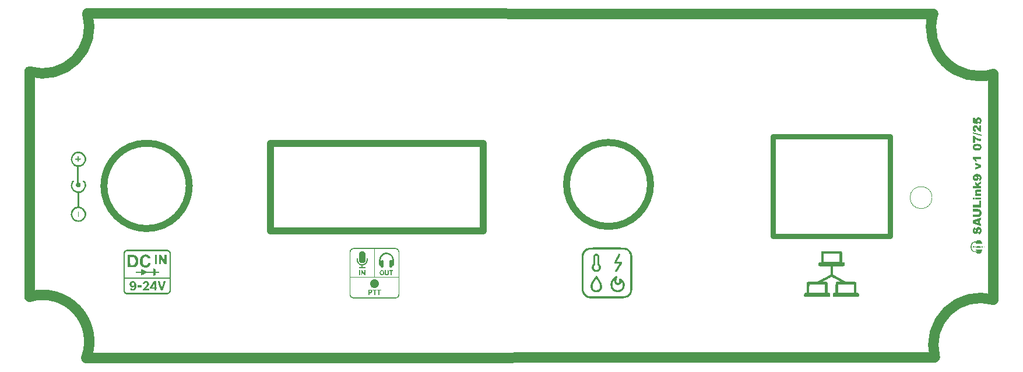
<source format=gbr>
%TF.GenerationSoftware,KiCad,Pcbnew,8.0.1*%
%TF.CreationDate,2025-07-27T10:49:03+02:00*%
%TF.ProjectId,SVX_Node_Case_back,5356585f-4e6f-4646-955f-436173655f62,rev?*%
%TF.SameCoordinates,Original*%
%TF.FileFunction,Legend,Top*%
%TF.FilePolarity,Positive*%
%FSLAX46Y46*%
G04 Gerber Fmt 4.6, Leading zero omitted, Abs format (unit mm)*
G04 Created by KiCad (PCBNEW 8.0.1) date 2025-07-27 10:49:03*
%MOMM*%
%LPD*%
G01*
G04 APERTURE LIST*
%ADD10C,1.500000*%
%ADD11C,0.800000*%
%ADD12C,1.000000*%
%ADD13C,0.050000*%
%ADD14C,0.200000*%
%ADD15C,0.000000*%
G04 APERTURE END LIST*
D10*
X214500002Y-121870000D02*
G75*
G02*
X222990320Y-113533540I6596198J1773800D01*
G01*
X223000000Y-80773070D02*
G75*
G02*
X214222540Y-72014928I-2000000J6773070D01*
G01*
X83000000Y-113096195D02*
G75*
G02*
X91256389Y-121945484I1903800J-6500005D01*
G01*
D11*
X208000000Y-104300000D02*
X191000000Y-104300000D01*
X191000000Y-104300000D02*
X191000000Y-89800000D01*
D12*
X106200000Y-97000000D02*
G75*
G02*
X93800000Y-97000000I-6200000J0D01*
G01*
X93800000Y-97000000D02*
G75*
G02*
X106200000Y-97000000I6200000J0D01*
G01*
D10*
X83000000Y-80403806D02*
X83000000Y-113096194D01*
X214222540Y-72014928D02*
X91403806Y-72000000D01*
D11*
X191000000Y-89800000D02*
X208000000Y-89800000D01*
D10*
X223000000Y-80773070D02*
X223000000Y-113500001D01*
D13*
X214100000Y-98700000D02*
G75*
G02*
X210900000Y-98700000I-1600000J0D01*
G01*
X210900000Y-98700000D02*
G75*
G02*
X214100000Y-98700000I1600000J0D01*
G01*
D10*
X91403806Y-72000000D02*
G75*
G02*
X83000000Y-80403806I-6500006J-1903800D01*
G01*
D12*
X118000000Y-90800000D02*
X148900000Y-90800000D01*
X148900000Y-103500000D01*
X118000000Y-103500000D01*
X118000000Y-90800000D01*
X173200000Y-96790000D02*
G75*
G02*
X161000000Y-96790000I-6100000J0D01*
G01*
X161000000Y-96790000D02*
G75*
G02*
X173200000Y-96790000I6100000J0D01*
G01*
D11*
X208000000Y-89800000D02*
X208000000Y-104300000D01*
D10*
X214463612Y-121914516D02*
X91220000Y-121990000D01*
D14*
G36*
X220837723Y-104041381D02*
G01*
X220814569Y-103686154D01*
X220875857Y-103674202D01*
X220932253Y-103651714D01*
X220951443Y-103639260D01*
X220994661Y-103593711D01*
X221019940Y-103536457D01*
X221027353Y-103474249D01*
X221021258Y-103415333D01*
X220997023Y-103359554D01*
X220990424Y-103351151D01*
X220942334Y-103314932D01*
X220904548Y-103307773D01*
X220848060Y-103325571D01*
X220821896Y-103349099D01*
X220792806Y-103400433D01*
X220773461Y-103457053D01*
X220756809Y-103521863D01*
X220752727Y-103540195D01*
X220738603Y-103599399D01*
X220719352Y-103667223D01*
X220698326Y-103728176D01*
X220675526Y-103782261D01*
X220645823Y-103838095D01*
X220607939Y-103890732D01*
X220565933Y-103931845D01*
X220512087Y-103966467D01*
X220452012Y-103987899D01*
X220385709Y-103996142D01*
X220376983Y-103996245D01*
X220314723Y-103989873D01*
X220254887Y-103970755D01*
X220202594Y-103942316D01*
X220154738Y-103903287D01*
X220113751Y-103853610D01*
X220082736Y-103799798D01*
X220073634Y-103779944D01*
X220053117Y-103720703D01*
X220039974Y-103660632D01*
X220031319Y-103592876D01*
X220027472Y-103528682D01*
X220026739Y-103482749D01*
X220028814Y-103412998D01*
X220035040Y-103348642D01*
X220045415Y-103289682D01*
X220063344Y-103226052D01*
X220087249Y-103170190D01*
X220111736Y-103129574D01*
X220153718Y-103081072D01*
X220205294Y-103041994D01*
X220266462Y-103012342D01*
X220326528Y-102994427D01*
X220381966Y-102984787D01*
X220401896Y-103336789D01*
X220345138Y-103353299D01*
X220294671Y-103387563D01*
X220287591Y-103395701D01*
X220260773Y-103449117D01*
X220251973Y-103509921D01*
X220251833Y-103519678D01*
X220259526Y-103579795D01*
X220279091Y-103617864D01*
X220328836Y-103649120D01*
X220345330Y-103650690D01*
X220396621Y-103623433D01*
X220423328Y-103566587D01*
X220439024Y-103504385D01*
X220440291Y-103498283D01*
X220453288Y-103439271D01*
X220469611Y-103371611D01*
X220486020Y-103310734D01*
X220505825Y-103246636D01*
X220529086Y-103184202D01*
X220545804Y-103147745D01*
X220577850Y-103092655D01*
X220618241Y-103042211D01*
X220663670Y-103003102D01*
X220678281Y-102993579D01*
X220734903Y-102966046D01*
X220795958Y-102949942D01*
X220855309Y-102945219D01*
X220918544Y-102950320D01*
X220978998Y-102965621D01*
X221036669Y-102991124D01*
X221067507Y-103009699D01*
X221118367Y-103049862D01*
X221161809Y-103098139D01*
X221194196Y-103147863D01*
X221214639Y-103189364D01*
X221236566Y-103250730D01*
X221250613Y-103310617D01*
X221259863Y-103376281D01*
X221263974Y-103437164D01*
X221264757Y-103480111D01*
X221262875Y-103554231D01*
X221257229Y-103622425D01*
X221247818Y-103684694D01*
X221230760Y-103754195D01*
X221207821Y-103814438D01*
X221172530Y-103874507D01*
X221144297Y-103907145D01*
X221096727Y-103948032D01*
X221044582Y-103981664D01*
X220987862Y-104008042D01*
X220926566Y-104027166D01*
X220860696Y-104039036D01*
X220837723Y-104041381D01*
G37*
G36*
X221246000Y-101961311D02*
G01*
X221039663Y-102020516D01*
X221039663Y-102445792D01*
X221246000Y-102504410D01*
X221246000Y-102886015D01*
X220045497Y-102432016D01*
X220045497Y-102232421D01*
X220352071Y-102232421D01*
X220777053Y-102365191D01*
X220777053Y-102098771D01*
X220352071Y-102232421D01*
X220045497Y-102232421D01*
X220045497Y-102024619D01*
X221246000Y-101570621D01*
X221246000Y-101961311D01*
G37*
G36*
X220045497Y-100729155D02*
G01*
X220045497Y-100356636D01*
X220759761Y-100356636D01*
X220818514Y-100359279D01*
X220881620Y-100368415D01*
X220942437Y-100384077D01*
X220960235Y-100390048D01*
X221016930Y-100414623D01*
X221069046Y-100446583D01*
X221116581Y-100485927D01*
X221125539Y-100494682D01*
X221165564Y-100539882D01*
X221200071Y-100591189D01*
X221224604Y-100644159D01*
X221242171Y-100701385D01*
X221254719Y-100764033D01*
X221261581Y-100823298D01*
X221264601Y-100886715D01*
X221264757Y-100905596D01*
X221263303Y-100968153D01*
X221259456Y-101028328D01*
X221253205Y-101091652D01*
X221252448Y-101098157D01*
X221242407Y-101159867D01*
X221225940Y-101220078D01*
X221203794Y-101272254D01*
X221172250Y-101323142D01*
X221132133Y-101370732D01*
X221100626Y-101400628D01*
X221053998Y-101436196D01*
X221002024Y-101465122D01*
X220962287Y-101480055D01*
X220900053Y-101496774D01*
X220841947Y-101508020D01*
X220782224Y-101514100D01*
X220759761Y-101514640D01*
X220045497Y-101514640D01*
X220045497Y-101142121D01*
X220775295Y-101142121D01*
X220837539Y-101135645D01*
X220893909Y-101113807D01*
X220928288Y-101087313D01*
X220963964Y-101035767D01*
X220980753Y-100975736D01*
X220983390Y-100935198D01*
X220976983Y-100873823D01*
X220955378Y-100818085D01*
X220929168Y-100783963D01*
X220877615Y-100748477D01*
X220816718Y-100731778D01*
X220775295Y-100729155D01*
X220045497Y-100729155D01*
G37*
G36*
X220045497Y-100116887D02*
G01*
X220045497Y-99743489D01*
X220945874Y-99743489D01*
X220945874Y-99160823D01*
X221246000Y-99160823D01*
X221246000Y-100116887D01*
X220045497Y-100116887D01*
G37*
G36*
X220045497Y-99007243D02*
G01*
X220045497Y-98671653D01*
X220270591Y-98671653D01*
X220270591Y-99007243D01*
X220045497Y-99007243D01*
G37*
G36*
X220364381Y-99007243D02*
G01*
X220364381Y-98671653D01*
X221246000Y-98671653D01*
X221246000Y-99007243D01*
X220364381Y-99007243D01*
G37*
G36*
X220364381Y-98460334D02*
G01*
X220364381Y-98147899D01*
X220507409Y-98147899D01*
X220462386Y-98108381D01*
X220421605Y-98064199D01*
X220387986Y-98015269D01*
X220383138Y-98006336D01*
X220360277Y-97948070D01*
X220348590Y-97886912D01*
X220345623Y-97831360D01*
X220350843Y-97765543D01*
X220366505Y-97707309D01*
X220396606Y-97650861D01*
X220429154Y-97613593D01*
X220483162Y-97575481D01*
X220543237Y-97552075D01*
X220605118Y-97539679D01*
X220665081Y-97535060D01*
X220686488Y-97534752D01*
X221246000Y-97534752D01*
X221246000Y-97871807D01*
X220760347Y-97871807D01*
X220700794Y-97876838D01*
X220645008Y-97900413D01*
X220642817Y-97902288D01*
X220612319Y-97952898D01*
X220608233Y-97987871D01*
X220621385Y-98046192D01*
X220654834Y-98086936D01*
X220709748Y-98112782D01*
X220772729Y-98122936D01*
X220821896Y-98124745D01*
X221246000Y-98124745D01*
X221246000Y-98460334D01*
X220364381Y-98460334D01*
G37*
G36*
X220045497Y-97340725D02*
G01*
X220045497Y-96997808D01*
X220636956Y-96997808D01*
X220364381Y-96747215D01*
X220364381Y-96334249D01*
X220673299Y-96648443D01*
X221246000Y-96316078D01*
X221246000Y-96694459D01*
X220893411Y-96871779D01*
X221016802Y-96997808D01*
X221246000Y-96997808D01*
X221246000Y-97340725D01*
X220045497Y-97340725D01*
G37*
G36*
X220698555Y-95269487D02*
G01*
X220772817Y-95274868D01*
X220841657Y-95284553D01*
X220905075Y-95298544D01*
X220963070Y-95316839D01*
X221027939Y-95345762D01*
X221084337Y-95381411D01*
X221114108Y-95406029D01*
X221157508Y-95451590D01*
X221193552Y-95502360D01*
X221222240Y-95558339D01*
X221243572Y-95619528D01*
X221257549Y-95685925D01*
X221264169Y-95757532D01*
X221264757Y-95787634D01*
X221263116Y-95847805D01*
X221257223Y-95909427D01*
X221245468Y-95969644D01*
X221230466Y-96015073D01*
X221202948Y-96069009D01*
X221167950Y-96116364D01*
X221129642Y-96153705D01*
X221080190Y-96188574D01*
X221022910Y-96217417D01*
X220964046Y-96238408D01*
X220927116Y-95904577D01*
X220982566Y-95885435D01*
X221014457Y-95860027D01*
X221038088Y-95805238D01*
X221039663Y-95783531D01*
X221026216Y-95723706D01*
X220985874Y-95675684D01*
X220958184Y-95657501D01*
X220901014Y-95636706D01*
X220839511Y-95624062D01*
X220771931Y-95614711D01*
X220703780Y-95607969D01*
X220745699Y-95649692D01*
X220781790Y-95696156D01*
X220802259Y-95731653D01*
X220823497Y-95790862D01*
X220832568Y-95852674D01*
X220833327Y-95878199D01*
X220829370Y-95937306D01*
X220814752Y-96001759D01*
X220789363Y-96061358D01*
X220753203Y-96116105D01*
X220720780Y-96152240D01*
X220668693Y-96195751D01*
X220610913Y-96228575D01*
X220547438Y-96250712D01*
X220488499Y-96261181D01*
X220436188Y-96263907D01*
X220371747Y-96259410D01*
X220310644Y-96245917D01*
X220252880Y-96223428D01*
X220222231Y-96207048D01*
X220171582Y-96171679D01*
X220128444Y-96129541D01*
X220092818Y-96080633D01*
X220076272Y-96050537D01*
X220052328Y-95990307D01*
X220037623Y-95930036D01*
X220029109Y-95863426D01*
X220026739Y-95799944D01*
X220027070Y-95789979D01*
X220251833Y-95789979D01*
X220262751Y-95851161D01*
X220295504Y-95901060D01*
X220346105Y-95932616D01*
X220405587Y-95944337D01*
X220426809Y-95945024D01*
X220487122Y-95938594D01*
X220542692Y-95914840D01*
X220561631Y-95899302D01*
X220596582Y-95847864D01*
X220608187Y-95789260D01*
X220608233Y-95784996D01*
X220598315Y-95723992D01*
X220568562Y-95673421D01*
X220563096Y-95667466D01*
X220512216Y-95633596D01*
X220454263Y-95621016D01*
X220433843Y-95620279D01*
X220375069Y-95627244D01*
X220319627Y-95652978D01*
X220300193Y-95669811D01*
X220265482Y-95720739D01*
X220252022Y-95781197D01*
X220251833Y-95789979D01*
X220027070Y-95789979D01*
X220028913Y-95734434D01*
X220035436Y-95673974D01*
X220048541Y-95609818D01*
X220067565Y-95552534D01*
X220088581Y-95508904D01*
X220123899Y-95456862D01*
X220168302Y-95410352D01*
X220214609Y-95374194D01*
X220267871Y-95342271D01*
X220284367Y-95333928D01*
X220347232Y-95308347D01*
X220407703Y-95291421D01*
X220474253Y-95279111D01*
X220534355Y-95272379D01*
X220598679Y-95268853D01*
X220639300Y-95268276D01*
X220698555Y-95269487D01*
G37*
G36*
X220364381Y-94640767D02*
G01*
X220364381Y-94291402D01*
X220923013Y-94121409D01*
X220364381Y-93945847D01*
X220364381Y-93607034D01*
X221246000Y-93978967D01*
X221246000Y-94276454D01*
X220364381Y-94640767D01*
G37*
G36*
X220026739Y-92786671D02*
G01*
X221246000Y-92786671D01*
X221246000Y-93126364D01*
X220447618Y-93126364D01*
X220485177Y-93177323D01*
X220517983Y-93227251D01*
X220548583Y-93280983D01*
X220551080Y-93285806D01*
X220577901Y-93343406D01*
X220601623Y-93403765D01*
X220622435Y-93464597D01*
X220626990Y-93478953D01*
X220345623Y-93478953D01*
X220324517Y-93417355D01*
X220301865Y-93361157D01*
X220273485Y-93302417D01*
X220243001Y-93251026D01*
X220215197Y-93212826D01*
X220174732Y-93168056D01*
X220129834Y-93128415D01*
X220080503Y-93093904D01*
X220026739Y-93064521D01*
X220026739Y-92786671D01*
G37*
G36*
X220696237Y-90880797D02*
G01*
X220770893Y-90885148D01*
X220840090Y-90892979D01*
X220903828Y-90904290D01*
X220962107Y-90919082D01*
X221027280Y-90942466D01*
X221083923Y-90971289D01*
X221113815Y-90991193D01*
X221165112Y-91038605D01*
X221199752Y-91086742D01*
X221227022Y-91142721D01*
X221246921Y-91206543D01*
X221259451Y-91278207D01*
X221264168Y-91341185D01*
X221264757Y-91374556D01*
X221262457Y-91438444D01*
X221255557Y-91496749D01*
X221242038Y-91556549D01*
X221219648Y-91615109D01*
X221216690Y-91621046D01*
X221185964Y-91671278D01*
X221148189Y-91716132D01*
X221103367Y-91755606D01*
X221075420Y-91775212D01*
X221018941Y-91805245D01*
X220961484Y-91826116D01*
X220901698Y-91841670D01*
X220894583Y-91843210D01*
X220835635Y-91853852D01*
X220773683Y-91861454D01*
X220708726Y-91866016D01*
X220649425Y-91867512D01*
X220640766Y-91867536D01*
X220578599Y-91866446D01*
X220520034Y-91863178D01*
X220447549Y-91855429D01*
X220381466Y-91843806D01*
X220321785Y-91828309D01*
X220256187Y-91803489D01*
X220200593Y-91772616D01*
X220163320Y-91743558D01*
X220116904Y-91692403D01*
X220085560Y-91642815D01*
X220060884Y-91586901D01*
X220042878Y-91524662D01*
X220031541Y-91456098D01*
X220027273Y-91396692D01*
X220026934Y-91376901D01*
X220251833Y-91376901D01*
X220265619Y-91436938D01*
X220306977Y-91481785D01*
X220335364Y-91497362D01*
X220393595Y-91515213D01*
X220454433Y-91525059D01*
X220517407Y-91530685D01*
X220577521Y-91533390D01*
X220644576Y-91534291D01*
X220712306Y-91533297D01*
X220772981Y-91530313D01*
X220836478Y-91524106D01*
X220897716Y-91513245D01*
X220956132Y-91493551D01*
X221007034Y-91457803D01*
X221036727Y-91402970D01*
X221039663Y-91375143D01*
X221025810Y-91316662D01*
X221004199Y-91286629D01*
X220954938Y-91252393D01*
X220896979Y-91232646D01*
X220892238Y-91231528D01*
X220829499Y-91221349D01*
X220763072Y-91216163D01*
X220702014Y-91214086D01*
X220653369Y-91213649D01*
X220582895Y-91214644D01*
X220520035Y-91217628D01*
X220454653Y-91223834D01*
X220392230Y-91234695D01*
X220333899Y-91254389D01*
X220283890Y-91290714D01*
X220255760Y-91343089D01*
X220251833Y-91376901D01*
X220026934Y-91376901D01*
X220026739Y-91365471D01*
X220029104Y-91300342D01*
X220036198Y-91242121D01*
X220051292Y-91180346D01*
X220056635Y-91165289D01*
X220081392Y-91110499D01*
X220113979Y-91060446D01*
X220134011Y-91037501D01*
X220179893Y-90995701D01*
X220231249Y-90961336D01*
X220234541Y-90959539D01*
X220291621Y-90933674D01*
X220348658Y-90915730D01*
X220357346Y-90913524D01*
X220416493Y-90900390D01*
X220476734Y-90890483D01*
X220538069Y-90883801D01*
X220600498Y-90880345D01*
X220636662Y-90879818D01*
X220696237Y-90880797D01*
G37*
G36*
X220045497Y-90742065D02*
G01*
X220045497Y-89761967D01*
X220270298Y-89761967D01*
X220313942Y-89808404D01*
X220358926Y-89851873D01*
X220405250Y-89892375D01*
X220452912Y-89929909D01*
X220501915Y-89964475D01*
X220518547Y-89975338D01*
X220570105Y-90006702D01*
X220623481Y-90035948D01*
X220678675Y-90063076D01*
X220735686Y-90088087D01*
X220794515Y-90110979D01*
X220855161Y-90131753D01*
X220879928Y-90139469D01*
X220939949Y-90156282D01*
X221003947Y-90170889D01*
X221071923Y-90183292D01*
X221131607Y-90191943D01*
X221194054Y-90199063D01*
X221246000Y-90203656D01*
X221246000Y-90538367D01*
X221173991Y-90527769D01*
X221104949Y-90515762D01*
X221038875Y-90502344D01*
X220975769Y-90487515D01*
X220915631Y-90471276D01*
X220858459Y-90453627D01*
X220791169Y-90429581D01*
X220753020Y-90414096D01*
X220690065Y-90385123D01*
X220625765Y-90351327D01*
X220573357Y-90320818D01*
X220520088Y-90287223D01*
X220465957Y-90250540D01*
X220410966Y-90210772D01*
X220355114Y-90167916D01*
X220326865Y-90145331D01*
X220326865Y-90742065D01*
X220045497Y-90742065D01*
G37*
G36*
X220026739Y-89395017D02*
G01*
X220026739Y-89223558D01*
X221264757Y-89526908D01*
X221264757Y-89696608D01*
X220026739Y-89395017D01*
G37*
G36*
X221246000Y-88178981D02*
G01*
X221246000Y-89186336D01*
X221180818Y-89175404D01*
X221117347Y-89157741D01*
X221055588Y-89133346D01*
X220995539Y-89102219D01*
X220961994Y-89081409D01*
X220910491Y-89043037D01*
X220865289Y-89002811D01*
X220818013Y-88955087D01*
X220778697Y-88911508D01*
X220738054Y-88863129D01*
X220696082Y-88809952D01*
X220652782Y-88751974D01*
X220614170Y-88700331D01*
X220573758Y-88649561D01*
X220533687Y-88604040D01*
X220489237Y-88563224D01*
X220438044Y-88533561D01*
X220383138Y-88521898D01*
X220324085Y-88536260D01*
X220290228Y-88562637D01*
X220259182Y-88615146D01*
X220251833Y-88665219D01*
X220262238Y-88723764D01*
X220293452Y-88770439D01*
X220346106Y-88802772D01*
X220408260Y-88820200D01*
X220439412Y-88825247D01*
X220411568Y-89161716D01*
X220352622Y-89151426D01*
X220292570Y-89135819D01*
X220234340Y-89113356D01*
X220190870Y-89089030D01*
X220144863Y-89051849D01*
X220106126Y-89006254D01*
X220074659Y-88952244D01*
X220069237Y-88940432D01*
X220048694Y-88880514D01*
X220036077Y-88817445D01*
X220029395Y-88754685D01*
X220026905Y-88695266D01*
X220026739Y-88674305D01*
X220028141Y-88610681D01*
X220033318Y-88543434D01*
X220042310Y-88483704D01*
X220057257Y-88424646D01*
X220066600Y-88398799D01*
X220095479Y-88341217D01*
X220132660Y-88291935D01*
X220178140Y-88250954D01*
X220188233Y-88243754D01*
X220241470Y-88213924D01*
X220298600Y-88195142D01*
X220359622Y-88187408D01*
X220372294Y-88187187D01*
X220432387Y-88192311D01*
X220490996Y-88207682D01*
X220548121Y-88233300D01*
X220579217Y-88251960D01*
X220629811Y-88290960D01*
X220676065Y-88335934D01*
X220717185Y-88382542D01*
X220759665Y-88436590D01*
X220796104Y-88487313D01*
X220831578Y-88539047D01*
X220866057Y-88587857D01*
X220892531Y-88623014D01*
X220931240Y-88667727D01*
X220964632Y-88703321D01*
X220964632Y-88178981D01*
X221246000Y-88178981D01*
G37*
G36*
X220045497Y-87906113D02*
G01*
X220045497Y-87108904D01*
X220326865Y-87108904D01*
X220326865Y-87648778D01*
X220496565Y-87677794D01*
X220471505Y-87622107D01*
X220453773Y-87567006D01*
X220442568Y-87509103D01*
X220439412Y-87458562D01*
X220443235Y-87392939D01*
X220454703Y-87332139D01*
X220473817Y-87276161D01*
X220505780Y-87216948D01*
X220548149Y-87164298D01*
X220598414Y-87120216D01*
X220654065Y-87086961D01*
X220715101Y-87064533D01*
X220781523Y-87052933D01*
X220821896Y-87051165D01*
X220886464Y-87055779D01*
X220949594Y-87069619D01*
X221011286Y-87092687D01*
X221044939Y-87109490D01*
X221095277Y-87141547D01*
X221144376Y-87184880D01*
X221185499Y-87235911D01*
X221208484Y-87274207D01*
X221233103Y-87331287D01*
X221250689Y-87395840D01*
X221260306Y-87458455D01*
X221264538Y-87526793D01*
X221264757Y-87547369D01*
X221262926Y-87611944D01*
X221257431Y-87671140D01*
X221247030Y-87730606D01*
X221241603Y-87752533D01*
X221222983Y-87808156D01*
X221196509Y-87861964D01*
X221172434Y-87897613D01*
X221133063Y-87942278D01*
X221086228Y-87982157D01*
X221068386Y-87994333D01*
X221016256Y-88022496D01*
X220959722Y-88044801D01*
X220923013Y-88056175D01*
X220889600Y-87716482D01*
X220947239Y-87699372D01*
X220996625Y-87664293D01*
X221001561Y-87658743D01*
X221031291Y-87605595D01*
X221039663Y-87550593D01*
X221029230Y-87490267D01*
X220997932Y-87440632D01*
X220992182Y-87434822D01*
X220941717Y-87403566D01*
X220884262Y-87390707D01*
X220850619Y-87389099D01*
X220790421Y-87394571D01*
X220734995Y-87415148D01*
X220709349Y-87435408D01*
X220677162Y-87485309D01*
X220664900Y-87544085D01*
X220664506Y-87558213D01*
X220672864Y-87617770D01*
X220685902Y-87652295D01*
X220719036Y-87701827D01*
X220741882Y-87726448D01*
X220704953Y-88012212D01*
X220045497Y-87906113D01*
G37*
D15*
%TO.C,G4*%
G36*
X131045186Y-109602493D02*
G01*
X131045186Y-109958140D01*
X130963149Y-109956729D01*
X130881113Y-109955318D01*
X130881113Y-109601083D01*
X130881113Y-109246847D01*
X130963149Y-109246847D01*
X131045186Y-109246847D01*
X131045186Y-109602493D01*
G37*
G36*
X133420332Y-112133743D02*
G01*
X133420332Y-112207966D01*
X133314857Y-112207966D01*
X133209381Y-112207966D01*
X133209381Y-112543925D01*
X133209381Y-112879883D01*
X133123439Y-112879883D01*
X133037496Y-112879883D01*
X133037496Y-112543925D01*
X133037496Y-112207966D01*
X132928114Y-112207966D01*
X132818732Y-112207966D01*
X132818732Y-112133743D01*
X132818732Y-112059520D01*
X133119532Y-112059520D01*
X133420332Y-112059520D01*
X133420332Y-112133743D01*
G37*
G36*
X135811104Y-109313017D02*
G01*
X135811104Y-109379186D01*
X135716293Y-109381380D01*
X135621482Y-109383574D01*
X135620584Y-109668748D01*
X135619686Y-109953921D01*
X135539605Y-109953921D01*
X135459524Y-109953921D01*
X135459522Y-109666794D01*
X135459520Y-109379667D01*
X135365764Y-109379667D01*
X135272008Y-109379667D01*
X135272008Y-109313257D01*
X135272008Y-109246847D01*
X135541556Y-109246847D01*
X135811104Y-109246847D01*
X135811104Y-109313017D01*
G37*
G36*
X133773869Y-112059502D02*
G01*
X134076622Y-112059520D01*
X134076622Y-112133743D01*
X134076622Y-112207966D01*
X133967082Y-112207966D01*
X133857542Y-112207966D01*
X133858042Y-112541971D01*
X133858542Y-112875976D01*
X133777715Y-112878178D01*
X133743591Y-112878596D01*
X133715466Y-112877982D01*
X133696885Y-112876470D01*
X133691430Y-112874923D01*
X133690270Y-112866190D01*
X133689194Y-112843475D01*
X133688229Y-112808421D01*
X133687402Y-112762670D01*
X133686738Y-112707866D01*
X133686266Y-112645653D01*
X133686011Y-112577672D01*
X133685973Y-112538716D01*
X133685973Y-112207966D01*
X133581034Y-112207966D01*
X133476095Y-112207966D01*
X133473606Y-112133726D01*
X133471116Y-112059485D01*
X133773869Y-112059502D01*
G37*
G36*
X132391169Y-112060881D02*
G01*
X132588643Y-112063426D01*
X132640701Y-112089070D01*
X132693142Y-112122500D01*
X132732691Y-112164756D01*
X132759324Y-112215798D01*
X132773018Y-112275588D01*
X132775009Y-112309162D01*
X132771289Y-112368508D01*
X132758014Y-112418067D01*
X132733881Y-112461320D01*
X132705962Y-112493642D01*
X132675103Y-112521201D01*
X132643324Y-112541697D01*
X132607500Y-112556184D01*
X132564504Y-112565713D01*
X132511212Y-112571339D01*
X132469101Y-112573417D01*
X132365579Y-112576986D01*
X132365579Y-112728435D01*
X132365579Y-112879883D01*
X132279637Y-112879883D01*
X132193694Y-112879883D01*
X132193694Y-112469109D01*
X132193694Y-112207966D01*
X132365579Y-112207966D01*
X132365579Y-112317348D01*
X132365579Y-112426730D01*
X132437849Y-112426718D01*
X132479825Y-112425617D01*
X132509995Y-112421993D01*
X132532051Y-112415335D01*
X132536910Y-112413045D01*
X132567866Y-112389865D01*
X132588143Y-112359477D01*
X132597607Y-112325149D01*
X132596128Y-112290152D01*
X132583573Y-112257754D01*
X132559812Y-112231224D01*
X132544615Y-112221651D01*
X132525354Y-112214433D01*
X132499614Y-112210107D01*
X132463747Y-112208188D01*
X132441756Y-112207978D01*
X132365579Y-112207966D01*
X132193694Y-112207966D01*
X132193694Y-112058335D01*
X132391169Y-112060881D01*
G37*
G36*
X133188920Y-110558868D02*
G01*
X133280938Y-110577684D01*
X133370322Y-110610687D01*
X133455682Y-110657968D01*
X133492010Y-110683625D01*
X133544428Y-110730765D01*
X133594707Y-110789917D01*
X133640508Y-110857470D01*
X133679496Y-110929811D01*
X133709333Y-111003328D01*
X133718627Y-111033881D01*
X133730235Y-111094114D01*
X133735759Y-111163017D01*
X133735207Y-111234871D01*
X133728588Y-111303954D01*
X133718164Y-111356351D01*
X133686640Y-111449142D01*
X133643447Y-111531752D01*
X133588715Y-111603938D01*
X133582972Y-111610189D01*
X133507911Y-111681707D01*
X133429935Y-111738185D01*
X133347978Y-111780102D01*
X133260969Y-111807935D01*
X133167842Y-111822161D01*
X133103906Y-111824341D01*
X133061965Y-111823043D01*
X133019412Y-111820107D01*
X132982526Y-111816036D01*
X132966056Y-111813323D01*
X132884950Y-111791296D01*
X132810360Y-111758218D01*
X132739752Y-111712669D01*
X132670587Y-111653233D01*
X132658618Y-111641473D01*
X132612292Y-111592231D01*
X132576510Y-111546667D01*
X132548436Y-111500392D01*
X132525234Y-111449018D01*
X132513518Y-111416990D01*
X132487644Y-111320116D01*
X132475771Y-111222859D01*
X132477555Y-111126821D01*
X132492650Y-111033604D01*
X132520712Y-110944809D01*
X132561396Y-110862040D01*
X132614356Y-110786897D01*
X132659580Y-110738714D01*
X132738126Y-110674350D01*
X132822401Y-110623619D01*
X132911011Y-110586613D01*
X133002564Y-110563424D01*
X133095665Y-110554145D01*
X133188920Y-110558868D01*
G37*
G36*
X131463237Y-109461496D02*
G01*
X131495822Y-109514248D01*
X131526096Y-109563155D01*
X131553000Y-109606516D01*
X131575477Y-109642630D01*
X131592469Y-109669795D01*
X131602917Y-109686311D01*
X131605519Y-109690278D01*
X131608334Y-109691440D01*
X131610576Y-109685124D01*
X131612304Y-109670033D01*
X131613577Y-109644870D01*
X131614453Y-109608340D01*
X131614992Y-109559146D01*
X131615253Y-109495991D01*
X131615285Y-109475376D01*
X131615533Y-109246847D01*
X131693663Y-109246847D01*
X131771793Y-109246847D01*
X131771793Y-109602673D01*
X131771793Y-109958500D01*
X131694152Y-109956757D01*
X131616512Y-109955014D01*
X131477342Y-109733958D01*
X131444105Y-109681337D01*
X131413481Y-109633185D01*
X131386463Y-109591037D01*
X131364047Y-109556431D01*
X131347224Y-109530905D01*
X131336990Y-109515993D01*
X131334266Y-109512693D01*
X131333257Y-109520121D01*
X131332344Y-109541206D01*
X131331564Y-109573976D01*
X131330950Y-109616463D01*
X131330538Y-109666696D01*
X131330363Y-109722706D01*
X131330359Y-109732217D01*
X131330359Y-109951952D01*
X131254183Y-109953844D01*
X131221829Y-109954375D01*
X131196282Y-109954276D01*
X131180893Y-109953589D01*
X131177923Y-109952875D01*
X131177904Y-109944718D01*
X131177882Y-109922516D01*
X131177858Y-109887849D01*
X131177833Y-109842298D01*
X131177807Y-109787444D01*
X131177782Y-109724868D01*
X131177759Y-109656151D01*
X131177742Y-109600384D01*
X131177644Y-109250753D01*
X131254059Y-109248548D01*
X131330473Y-109246342D01*
X131463237Y-109461496D01*
G37*
G36*
X134695801Y-109248243D02*
G01*
X134775884Y-109251144D01*
X134779790Y-109508777D01*
X134780953Y-109580292D01*
X134782116Y-109637888D01*
X134783385Y-109683270D01*
X134784867Y-109718146D01*
X134786669Y-109744221D01*
X134788899Y-109763202D01*
X134791662Y-109776794D01*
X134795065Y-109786704D01*
X134797502Y-109791670D01*
X134821430Y-109819771D01*
X134856393Y-109836977D01*
X134902083Y-109843141D01*
X134904798Y-109843157D01*
X134949020Y-109838537D01*
X134982208Y-109824005D01*
X135006172Y-109798552D01*
X135015196Y-109781559D01*
X135019487Y-109770757D01*
X135022934Y-109758615D01*
X135025650Y-109743298D01*
X135027752Y-109722971D01*
X135029353Y-109695798D01*
X135030569Y-109659946D01*
X135031514Y-109613578D01*
X135032303Y-109554861D01*
X135032889Y-109498893D01*
X135035309Y-109250753D01*
X135112640Y-109252354D01*
X135189972Y-109253955D01*
X135192240Y-109467211D01*
X135192686Y-109555832D01*
X135191788Y-109630492D01*
X135189255Y-109692821D01*
X135184795Y-109744446D01*
X135178118Y-109786998D01*
X135168933Y-109822106D01*
X135156950Y-109851399D01*
X135141878Y-109876507D01*
X135123426Y-109899057D01*
X135113341Y-109909395D01*
X135080858Y-109937147D01*
X135046931Y-109956680D01*
X135007868Y-109969290D01*
X134959978Y-109976275D01*
X134916518Y-109978591D01*
X134865446Y-109978803D01*
X134826271Y-109976064D01*
X134795492Y-109970101D01*
X134790764Y-109968723D01*
X134736213Y-109944268D01*
X134691146Y-109907797D01*
X134656339Y-109860267D01*
X134632568Y-109802635D01*
X134623751Y-109762503D01*
X134621713Y-109741577D01*
X134619866Y-109707537D01*
X134618280Y-109662894D01*
X134617024Y-109610161D01*
X134616171Y-109551850D01*
X134615790Y-109490470D01*
X134615777Y-109478531D01*
X134615718Y-109245342D01*
X134695801Y-109248243D01*
G37*
G36*
X134282541Y-109247879D02*
G01*
X134292247Y-109250385D01*
X134354649Y-109276065D01*
X134410015Y-109314660D01*
X134456799Y-109364457D01*
X134493457Y-109423742D01*
X134518445Y-109490800D01*
X134521965Y-109505259D01*
X134527805Y-109547441D01*
X134529365Y-109597688D01*
X134526961Y-109650660D01*
X134520909Y-109701020D01*
X134511526Y-109743427D01*
X134507070Y-109756559D01*
X134473517Y-109823637D01*
X134429756Y-109879788D01*
X134376920Y-109924158D01*
X134316144Y-109955891D01*
X134248564Y-109974132D01*
X134213349Y-109977884D01*
X134178358Y-109977970D01*
X134142985Y-109975098D01*
X134119594Y-109970937D01*
X134055599Y-109946713D01*
X133996989Y-109909003D01*
X133946159Y-109859660D01*
X133910456Y-109809267D01*
X133885024Y-109752017D01*
X133869403Y-109686345D01*
X133863552Y-109615954D01*
X133865739Y-109575659D01*
X134029918Y-109575659D01*
X134030060Y-109624368D01*
X134033790Y-109672310D01*
X134040907Y-109714687D01*
X134051213Y-109746700D01*
X134051648Y-109747613D01*
X134079517Y-109790164D01*
X134115092Y-109821396D01*
X134155961Y-109840532D01*
X134199713Y-109846793D01*
X134243938Y-109839401D01*
X134280561Y-109821498D01*
X134315363Y-109789197D01*
X134341180Y-109744699D01*
X134357750Y-109688769D01*
X134364808Y-109622177D01*
X134364366Y-109577372D01*
X134356244Y-109512289D01*
X134338733Y-109459515D01*
X134311904Y-109419141D01*
X134275829Y-109391263D01*
X134230578Y-109375972D01*
X134209850Y-109373397D01*
X134158692Y-109376169D01*
X134115430Y-109392415D01*
X134080148Y-109422071D01*
X134052932Y-109465077D01*
X134041190Y-109495138D01*
X134033562Y-109530983D01*
X134029918Y-109575659D01*
X133865739Y-109575659D01*
X133867427Y-109544549D01*
X133880987Y-109475834D01*
X133904187Y-109413512D01*
X133915270Y-109392707D01*
X133943396Y-109354569D01*
X133980867Y-109317366D01*
X134022641Y-109285447D01*
X134063676Y-109263163D01*
X134066882Y-109261886D01*
X134116619Y-109248103D01*
X134173429Y-109240955D01*
X134230880Y-109240771D01*
X134282541Y-109247879D01*
G37*
G36*
X131349349Y-106498761D02*
G01*
X131413441Y-106503837D01*
X131467292Y-106513978D01*
X131515889Y-106530744D01*
X131564218Y-106555699D01*
X131596545Y-106576174D01*
X131664974Y-106630994D01*
X131722302Y-106695934D01*
X131767336Y-106769355D01*
X131798886Y-106849619D01*
X131801002Y-106857046D01*
X131803913Y-106868737D01*
X131806387Y-106881931D01*
X131808459Y-106897928D01*
X131810162Y-106918028D01*
X131811534Y-106943532D01*
X131812607Y-106975741D01*
X131813419Y-107015954D01*
X131814002Y-107065472D01*
X131814394Y-107125595D01*
X131814628Y-107197624D01*
X131814739Y-107282859D01*
X131814764Y-107367825D01*
X131814778Y-107467437D01*
X131814733Y-107552779D01*
X131814501Y-107625203D01*
X131813952Y-107686065D01*
X131812959Y-107736719D01*
X131811392Y-107778520D01*
X131809122Y-107812822D01*
X131806022Y-107840980D01*
X131801962Y-107864348D01*
X131796813Y-107884280D01*
X131790447Y-107902132D01*
X131782734Y-107919257D01*
X131773547Y-107937010D01*
X131762756Y-107956745D01*
X131757952Y-107965518D01*
X131731039Y-108006174D01*
X131694263Y-108049771D01*
X131651702Y-108092188D01*
X131607430Y-108129302D01*
X131572622Y-108152940D01*
X131525396Y-108178468D01*
X131481159Y-108196304D01*
X131435298Y-108207595D01*
X131383202Y-108213488D01*
X131322546Y-108215132D01*
X131277206Y-108214717D01*
X131243117Y-108213121D01*
X131215921Y-108209817D01*
X131191258Y-108204279D01*
X131165276Y-108196154D01*
X131081851Y-108160158D01*
X131009080Y-108112811D01*
X130947308Y-108054464D01*
X130896878Y-107985471D01*
X130858134Y-107906183D01*
X130844690Y-107867522D01*
X130841653Y-107856755D01*
X130839074Y-107844842D01*
X130836916Y-107830480D01*
X130835142Y-107812367D01*
X130833716Y-107789200D01*
X130832599Y-107759678D01*
X130831756Y-107722498D01*
X130831147Y-107676357D01*
X130830738Y-107619953D01*
X130830490Y-107551985D01*
X130830366Y-107471149D01*
X130830329Y-107376144D01*
X130830329Y-107363918D01*
X130830335Y-107263298D01*
X130830436Y-107176949D01*
X130830748Y-107103518D01*
X130831393Y-107041650D01*
X130832490Y-106989992D01*
X130834159Y-106947189D01*
X130836518Y-106911888D01*
X130839687Y-106882733D01*
X130843787Y-106858371D01*
X130848935Y-106837448D01*
X130855253Y-106818610D01*
X130862859Y-106800503D01*
X130871873Y-106781772D01*
X130882415Y-106761063D01*
X130883772Y-106758412D01*
X130911261Y-106713252D01*
X130947040Y-106666961D01*
X130987742Y-106623059D01*
X131029998Y-106585063D01*
X131070440Y-106556491D01*
X131084251Y-106549022D01*
X131159497Y-106519576D01*
X131239433Y-106502770D01*
X131326669Y-106498111D01*
X131349349Y-106498761D01*
G37*
G36*
X130641067Y-107481551D02*
G01*
X130661225Y-107490004D01*
X130676758Y-107500868D01*
X130688361Y-107516213D01*
X130696727Y-107538112D01*
X130702548Y-107568634D01*
X130706520Y-107609851D01*
X130709334Y-107663833D01*
X130710246Y-107688157D01*
X130713456Y-107757777D01*
X130718149Y-107815066D01*
X130724994Y-107863298D01*
X130734662Y-107905746D01*
X130747821Y-107945685D01*
X130765143Y-107986387D01*
X130775793Y-108008489D01*
X130828109Y-108098787D01*
X130889322Y-108176394D01*
X130960084Y-108241893D01*
X131041049Y-108295869D01*
X131132870Y-108338906D01*
X131154567Y-108346955D01*
X131180461Y-108355609D01*
X131203293Y-108361462D01*
X131227224Y-108365033D01*
X131256414Y-108366838D01*
X131295024Y-108367396D01*
X131318640Y-108367371D01*
X131390765Y-108364838D01*
X131452778Y-108357042D01*
X131509647Y-108342827D01*
X131566337Y-108321039D01*
X131611185Y-108299312D01*
X131671056Y-108261415D01*
X131730224Y-108211340D01*
X131785738Y-108152373D01*
X131834648Y-108087798D01*
X131874003Y-108020902D01*
X131887544Y-107991553D01*
X131901501Y-107954386D01*
X131912317Y-107915629D01*
X131920468Y-107872313D01*
X131926427Y-107821473D01*
X131930668Y-107760142D01*
X131932930Y-107707690D01*
X131935516Y-107647622D01*
X131938885Y-107601042D01*
X131943629Y-107565814D01*
X131950346Y-107539802D01*
X131959628Y-107520869D01*
X131972072Y-107506878D01*
X131988272Y-107495694D01*
X131992639Y-107493268D01*
X132022468Y-107483288D01*
X132049080Y-107488015D01*
X132073979Y-107507847D01*
X132081337Y-107516798D01*
X132091419Y-107531810D01*
X132098343Y-107548047D01*
X132103141Y-107569521D01*
X132106843Y-107600246D01*
X132108917Y-107624166D01*
X132111502Y-107696221D01*
X132108853Y-107775078D01*
X132101467Y-107854734D01*
X132089844Y-107929182D01*
X132079890Y-107973331D01*
X132067384Y-108014020D01*
X132050180Y-108060848D01*
X132031141Y-108106278D01*
X132022039Y-108125684D01*
X131971718Y-108210808D01*
X131908521Y-108289041D01*
X131834154Y-108359110D01*
X131750321Y-108419745D01*
X131658727Y-108469674D01*
X131561077Y-108507626D01*
X131482713Y-108527911D01*
X131416302Y-108541420D01*
X131414162Y-108671031D01*
X131412022Y-108800643D01*
X131578235Y-108803028D01*
X131643094Y-108804372D01*
X131694203Y-108806621D01*
X131733429Y-108810213D01*
X131762639Y-108815586D01*
X131783703Y-108823181D01*
X131798488Y-108833435D01*
X131808863Y-108846787D01*
X131814648Y-108858562D01*
X131820145Y-108887712D01*
X131815569Y-108918488D01*
X131802303Y-108944325D01*
X131794992Y-108951712D01*
X131786249Y-108958066D01*
X131776111Y-108963436D01*
X131763271Y-108967905D01*
X131746421Y-108971551D01*
X131724253Y-108974457D01*
X131695459Y-108976701D01*
X131658732Y-108978366D01*
X131612762Y-108979531D01*
X131556243Y-108980278D01*
X131487866Y-108980686D01*
X131406324Y-108980836D01*
X131322546Y-108980819D01*
X131229616Y-108980677D01*
X131151062Y-108980379D01*
X131085636Y-108979894D01*
X131032089Y-108979187D01*
X130989171Y-108978226D01*
X130955634Y-108976977D01*
X130930228Y-108975407D01*
X130911706Y-108973484D01*
X130898817Y-108971174D01*
X130892833Y-108969436D01*
X130859176Y-108951214D01*
X130837145Y-108925775D01*
X130828129Y-108895463D01*
X130832012Y-108866775D01*
X130841427Y-108847611D01*
X130856544Y-108832370D01*
X130878920Y-108820669D01*
X130910113Y-108812124D01*
X130951682Y-108806352D01*
X131005183Y-108802967D01*
X131072176Y-108801588D01*
X131097036Y-108801507D01*
X131232697Y-108801507D01*
X131232697Y-108672347D01*
X131232375Y-108621174D01*
X131231330Y-108584005D01*
X131229442Y-108559228D01*
X131226592Y-108545232D01*
X131222931Y-108540469D01*
X131211082Y-108537625D01*
X131188313Y-108532491D01*
X131158983Y-108526048D01*
X131150661Y-108524244D01*
X131064175Y-108501018D01*
X130986266Y-108469836D01*
X130913787Y-108428917D01*
X130843590Y-108376483D01*
X130772531Y-108310755D01*
X130771731Y-108309949D01*
X130713213Y-108246870D01*
X130665784Y-108185634D01*
X130627251Y-108122381D01*
X130595419Y-108053250D01*
X130568092Y-107974378D01*
X130555113Y-107928900D01*
X130547645Y-107899908D01*
X130542224Y-107874494D01*
X130538528Y-107849211D01*
X130536237Y-107820613D01*
X130535033Y-107785256D01*
X130534594Y-107739693D01*
X130534563Y-107707690D01*
X130534753Y-107655525D01*
X130535411Y-107616278D01*
X130536783Y-107587241D01*
X130539117Y-107565708D01*
X130542661Y-107548972D01*
X130547662Y-107534325D01*
X130551168Y-107526079D01*
X130569237Y-107495034D01*
X130590397Y-107478544D01*
X130616745Y-107475572D01*
X130641067Y-107481551D01*
G37*
G36*
X135016158Y-106687996D02*
G01*
X135137692Y-106715432D01*
X135178252Y-106728024D01*
X135286276Y-106771703D01*
X135391494Y-106829288D01*
X135491699Y-106899072D01*
X135584682Y-106979345D01*
X135668236Y-107068400D01*
X135737746Y-107160896D01*
X135800763Y-107269331D01*
X135851475Y-107386339D01*
X135889299Y-107510159D01*
X135913653Y-107639034D01*
X135921384Y-107715503D01*
X135923395Y-107753715D01*
X135924956Y-107802260D01*
X135926086Y-107859220D01*
X135926802Y-107922674D01*
X135927123Y-107990705D01*
X135927067Y-108061393D01*
X135926653Y-108132819D01*
X135925899Y-108203064D01*
X135924822Y-108270209D01*
X135923443Y-108332336D01*
X135921778Y-108387524D01*
X135919847Y-108433855D01*
X135917667Y-108469410D01*
X135915257Y-108492270D01*
X135913901Y-108498556D01*
X135892770Y-108540215D01*
X135859822Y-108579100D01*
X135818866Y-108612099D01*
X135773706Y-108636097D01*
X135731728Y-108647549D01*
X135702472Y-108656877D01*
X135684035Y-108674460D01*
X135678532Y-108694338D01*
X135672870Y-108717388D01*
X135658258Y-108746817D01*
X135637273Y-108778447D01*
X135612486Y-108808103D01*
X135601898Y-108818652D01*
X135559843Y-108850643D01*
X135521570Y-108867328D01*
X135489725Y-108875694D01*
X135464789Y-108878391D01*
X135439208Y-108875516D01*
X135411104Y-108868703D01*
X135357547Y-108846625D01*
X135311762Y-108812300D01*
X135276202Y-108767859D01*
X135261350Y-108738582D01*
X135258752Y-108729706D01*
X135256522Y-108715778D01*
X135254621Y-108695578D01*
X135253010Y-108667890D01*
X135251650Y-108631495D01*
X135250499Y-108585175D01*
X135249520Y-108527713D01*
X135248673Y-108457890D01*
X135247917Y-108374489D01*
X135247435Y-108309289D01*
X135246767Y-108217163D01*
X135246243Y-108139302D01*
X135246028Y-108074346D01*
X135246285Y-108020934D01*
X135247176Y-107977705D01*
X135248866Y-107943298D01*
X135251518Y-107916354D01*
X135255294Y-107895511D01*
X135260357Y-107879409D01*
X135266872Y-107866686D01*
X135275001Y-107855983D01*
X135284908Y-107845939D01*
X135296755Y-107835192D01*
X135305229Y-107827504D01*
X135351872Y-107794665D01*
X135404439Y-107775842D01*
X135460783Y-107771770D01*
X135467026Y-107772246D01*
X135522396Y-107784728D01*
X135571361Y-107811142D01*
X135613010Y-107850794D01*
X135646431Y-107902988D01*
X135651102Y-107912780D01*
X135664013Y-107938471D01*
X135674717Y-107952343D01*
X135685844Y-107957434D01*
X135690013Y-107957705D01*
X135700689Y-107956082D01*
X135707135Y-107948757D01*
X135711343Y-107932042D01*
X135713945Y-107913412D01*
X135716279Y-107876044D01*
X135715858Y-107827992D01*
X135712972Y-107773896D01*
X135707911Y-107718398D01*
X135700964Y-107666141D01*
X135697127Y-107644007D01*
X135667829Y-107528089D01*
X135625352Y-107417445D01*
X135570655Y-107313655D01*
X135504698Y-107218300D01*
X135428439Y-107132964D01*
X135342837Y-107059227D01*
X135342325Y-107058843D01*
X135301824Y-107032114D01*
X135251002Y-107003939D01*
X135194701Y-106976636D01*
X135137766Y-106952527D01*
X135085039Y-106933932D01*
X135075881Y-106931210D01*
X134974005Y-106908298D01*
X134874030Y-106898148D01*
X134778960Y-106901051D01*
X134773263Y-106901671D01*
X134714987Y-106911313D01*
X134650105Y-106927007D01*
X134584650Y-106946972D01*
X134524652Y-106969428D01*
X134489840Y-106985319D01*
X134390329Y-107044130D01*
X134299582Y-107115452D01*
X134218644Y-107198209D01*
X134148560Y-107291327D01*
X134090374Y-107393730D01*
X134087795Y-107399077D01*
X134052313Y-107481607D01*
X134026190Y-107562797D01*
X134008557Y-107646686D01*
X133998545Y-107737313D01*
X133995325Y-107828791D01*
X133994586Y-107938172D01*
X134014857Y-107940527D01*
X134028033Y-107940002D01*
X134037267Y-107932269D01*
X134046189Y-107913798D01*
X134048534Y-107907778D01*
X134069383Y-107870029D01*
X134100762Y-107833591D01*
X134138012Y-107803454D01*
X134155427Y-107793288D01*
X134206178Y-107775700D01*
X134259060Y-107772158D01*
X134311265Y-107781883D01*
X134359987Y-107804095D01*
X134402421Y-107838014D01*
X134427207Y-107868798D01*
X134451645Y-107905693D01*
X134451645Y-108301650D01*
X134451515Y-108401741D01*
X134451112Y-108486926D01*
X134450423Y-108557921D01*
X134449430Y-108615443D01*
X134448120Y-108660208D01*
X134446476Y-108692935D01*
X134444482Y-108714339D01*
X134442502Y-108724164D01*
X134417098Y-108774773D01*
X134378028Y-108818264D01*
X134352253Y-108838184D01*
X134331119Y-108852260D01*
X134314344Y-108861002D01*
X134297036Y-108865678D01*
X134274307Y-108867560D01*
X134241265Y-108867916D01*
X134237762Y-108867917D01*
X134202006Y-108867402D01*
X134176990Y-108865217D01*
X134157845Y-108860405D01*
X134139700Y-108852010D01*
X134130660Y-108846864D01*
X134081276Y-108809119D01*
X134043041Y-108761168D01*
X134022289Y-108718634D01*
X134012032Y-108692937D01*
X134002772Y-108672650D01*
X133997472Y-108663550D01*
X133986594Y-108656862D01*
X133965102Y-108647872D01*
X133937447Y-108638422D01*
X133934697Y-108637578D01*
X133881809Y-108614595D01*
X133838693Y-108581477D01*
X133807094Y-108539858D01*
X133792036Y-108504155D01*
X133788973Y-108485687D01*
X133786300Y-108453466D01*
X133784019Y-108409362D01*
X133782131Y-108355243D01*
X133780638Y-108292977D01*
X133779542Y-108224433D01*
X133778845Y-108151481D01*
X133778548Y-108075988D01*
X133778654Y-107999823D01*
X133779163Y-107924856D01*
X133780077Y-107852954D01*
X133781400Y-107785986D01*
X133783131Y-107725822D01*
X133785273Y-107674330D01*
X133787827Y-107633377D01*
X133790796Y-107604835D01*
X133791199Y-107602214D01*
X133819832Y-107472519D01*
X133862207Y-107349434D01*
X133917635Y-107233776D01*
X133985425Y-107126359D01*
X134064889Y-107027998D01*
X134155338Y-106939509D01*
X134256081Y-106861706D01*
X134366430Y-106795404D01*
X134485695Y-106741419D01*
X134534009Y-106724036D01*
X134650519Y-106693137D01*
X134770857Y-106676838D01*
X134893308Y-106675128D01*
X135016158Y-106687996D01*
G37*
G36*
X133789343Y-106022961D02*
G01*
X134012740Y-106023014D01*
X134227714Y-106023103D01*
X134433862Y-106023227D01*
X134630780Y-106023384D01*
X134818064Y-106023575D01*
X134995310Y-106023799D01*
X135162114Y-106024055D01*
X135318073Y-106024341D01*
X135462782Y-106024658D01*
X135595838Y-106025004D01*
X135716837Y-106025379D01*
X135825376Y-106025781D01*
X135921049Y-106026211D01*
X136003455Y-106026666D01*
X136072187Y-106027147D01*
X136126844Y-106027653D01*
X136167021Y-106028182D01*
X136192314Y-106028735D01*
X136201753Y-106029215D01*
X136259499Y-106040018D01*
X136321431Y-106057903D01*
X136381026Y-106080677D01*
X136431759Y-106106146D01*
X136433331Y-106107081D01*
X136459085Y-106124540D01*
X136490616Y-106148857D01*
X136522627Y-106175864D01*
X136535279Y-106187320D01*
X136603297Y-106258801D01*
X136656990Y-106334048D01*
X136697541Y-106414940D01*
X136719874Y-106479847D01*
X136736942Y-106539649D01*
X136739184Y-109657028D01*
X136741426Y-112774407D01*
X136724671Y-112847881D01*
X136697262Y-112934842D01*
X136656727Y-113016610D01*
X136604638Y-113091844D01*
X136542566Y-113159204D01*
X136472084Y-113217349D01*
X136394765Y-113264937D01*
X136312180Y-113300629D01*
X136225903Y-113323082D01*
X136158781Y-113330471D01*
X136143895Y-113330784D01*
X136114062Y-113331089D01*
X136069963Y-113331387D01*
X136012277Y-113331677D01*
X135941685Y-113331958D01*
X135858866Y-113332231D01*
X135764499Y-113332495D01*
X135659266Y-113332749D01*
X135543844Y-113332994D01*
X135418916Y-113333229D01*
X135285159Y-113333454D01*
X135143254Y-113333669D01*
X134993881Y-113333872D01*
X134837719Y-113334065D01*
X134675449Y-113334246D01*
X134507749Y-113334415D01*
X134335301Y-113334573D01*
X134158784Y-113334718D01*
X133978877Y-113334851D01*
X133796260Y-113334971D01*
X133611614Y-113335077D01*
X133425617Y-113335170D01*
X133238950Y-113335250D01*
X133052293Y-113335315D01*
X132866326Y-113335366D01*
X132681727Y-113335402D01*
X132499178Y-113335423D01*
X132319357Y-113335429D01*
X132142945Y-113335419D01*
X131970621Y-113335394D01*
X131803066Y-113335352D01*
X131640959Y-113335294D01*
X131484979Y-113335219D01*
X131335807Y-113335127D01*
X131194123Y-113335017D01*
X131060606Y-113334890D01*
X130935936Y-113334745D01*
X130820792Y-113334582D01*
X130715856Y-113334400D01*
X130621806Y-113334199D01*
X130539322Y-113333979D01*
X130469084Y-113333739D01*
X130411773Y-113333480D01*
X130368067Y-113333200D01*
X130349830Y-113333036D01*
X129978714Y-113329129D01*
X129916210Y-113307043D01*
X129827872Y-113269950D01*
X129750617Y-113224311D01*
X129681802Y-113168131D01*
X129618782Y-113099416D01*
X129588941Y-113060182D01*
X129556322Y-113011071D01*
X129530937Y-112963145D01*
X129510533Y-112911283D01*
X129492858Y-112850362D01*
X129488061Y-112830858D01*
X129470870Y-112758781D01*
X129470870Y-110332851D01*
X129613639Y-110332851D01*
X129617791Y-111557536D01*
X129618334Y-111721547D01*
X129618818Y-111870686D01*
X129619271Y-112005706D01*
X129619722Y-112127360D01*
X129620197Y-112236402D01*
X129620726Y-112333586D01*
X129621336Y-112419664D01*
X129622055Y-112495390D01*
X129622912Y-112561518D01*
X129623933Y-112618801D01*
X129625148Y-112667991D01*
X129626585Y-112709844D01*
X129628270Y-112745111D01*
X129630233Y-112774547D01*
X129632502Y-112798905D01*
X129635104Y-112818938D01*
X129638067Y-112835399D01*
X129641420Y-112849043D01*
X129645190Y-112860621D01*
X129649406Y-112870889D01*
X129654095Y-112880599D01*
X129659286Y-112890505D01*
X129665007Y-112901359D01*
X129667999Y-112907228D01*
X129715512Y-112986898D01*
X129771546Y-113053497D01*
X129836041Y-113106981D01*
X129908939Y-113147307D01*
X129990182Y-113174432D01*
X130045124Y-113184656D01*
X130055940Y-113185068D01*
X130081843Y-113185467D01*
X130122293Y-113185853D01*
X130176751Y-113186225D01*
X130244677Y-113186582D01*
X130325534Y-113186922D01*
X130418780Y-113187246D01*
X130523877Y-113187553D01*
X130640285Y-113187841D01*
X130767466Y-113188110D01*
X130904879Y-113188359D01*
X131051986Y-113188587D01*
X131208247Y-113188793D01*
X131373123Y-113188976D01*
X131546074Y-113189136D01*
X131726562Y-113189272D01*
X131914047Y-113189383D01*
X132107989Y-113189468D01*
X132307850Y-113189526D01*
X132513089Y-113189556D01*
X132723169Y-113189558D01*
X132937549Y-113189530D01*
X133139064Y-113189478D01*
X133398954Y-113189392D01*
X133643679Y-113189307D01*
X133873704Y-113189220D01*
X134089490Y-113189128D01*
X134291501Y-113189030D01*
X134480198Y-113188922D01*
X134656044Y-113188803D01*
X134819502Y-113188670D01*
X134971034Y-113188521D01*
X135111103Y-113188354D01*
X135240170Y-113188166D01*
X135358700Y-113187955D01*
X135467154Y-113187718D01*
X135565994Y-113187454D01*
X135655684Y-113187160D01*
X135736685Y-113186834D01*
X135809461Y-113186473D01*
X135874473Y-113186074D01*
X135932185Y-113185637D01*
X135983058Y-113185158D01*
X136027556Y-113184635D01*
X136066141Y-113184066D01*
X136099275Y-113183448D01*
X136127421Y-113182779D01*
X136151041Y-113182057D01*
X136170598Y-113181280D01*
X136186554Y-113180444D01*
X136199373Y-113179549D01*
X136209516Y-113178591D01*
X136217445Y-113177568D01*
X136223624Y-113176478D01*
X136228516Y-113175318D01*
X136232581Y-113174087D01*
X136233005Y-113173944D01*
X136290946Y-113150848D01*
X136349315Y-113121506D01*
X136400676Y-113089712D01*
X136407018Y-113085183D01*
X136437987Y-113058137D01*
X136471700Y-113021440D01*
X136504487Y-112979689D01*
X136532675Y-112937481D01*
X136548952Y-112907525D01*
X136554483Y-112896008D01*
X136559514Y-112885431D01*
X136564071Y-112875039D01*
X136568178Y-112864079D01*
X136571860Y-112851796D01*
X136575143Y-112837438D01*
X136578052Y-112820249D01*
X136580611Y-112799477D01*
X136582847Y-112774367D01*
X136584783Y-112744166D01*
X136586445Y-112708119D01*
X136587859Y-112665474D01*
X136589048Y-112615475D01*
X136590039Y-112557369D01*
X136590857Y-112490402D01*
X136591526Y-112413820D01*
X136592071Y-112326871D01*
X136592519Y-112228798D01*
X136592893Y-112118849D01*
X136593219Y-111996271D01*
X136593522Y-111860308D01*
X136593827Y-111710207D01*
X136594150Y-111549723D01*
X136596641Y-110332851D01*
X133105140Y-110332851D01*
X129613639Y-110332851D01*
X129470870Y-110332851D01*
X129470870Y-110215656D01*
X129615410Y-110215656D01*
X131330359Y-110215656D01*
X133045309Y-110215656D01*
X133045309Y-108192094D01*
X133045309Y-106168532D01*
X131597954Y-106168600D01*
X131412680Y-106168605D01*
X131242356Y-106168616D01*
X131086309Y-106168653D01*
X130943863Y-106168738D01*
X130814344Y-106168893D01*
X130697077Y-106169139D01*
X130591386Y-106169497D01*
X130496597Y-106169987D01*
X130412035Y-106170633D01*
X130337025Y-106171453D01*
X130270892Y-106172471D01*
X130212962Y-106173707D01*
X130162560Y-106175183D01*
X130119010Y-106176919D01*
X130081638Y-106178937D01*
X130049769Y-106181258D01*
X130022728Y-106183903D01*
X129999840Y-106186895D01*
X129980431Y-106190253D01*
X129963825Y-106193999D01*
X129949348Y-106198155D01*
X129936324Y-106202741D01*
X129924079Y-106207780D01*
X129911939Y-106213291D01*
X129899227Y-106219297D01*
X129892877Y-106222291D01*
X129828432Y-106259046D01*
X129771019Y-106306288D01*
X129718149Y-106366189D01*
X129700530Y-106390161D01*
X129667510Y-106442905D01*
X129644734Y-106494734D01*
X129629976Y-106551588D01*
X129623360Y-106596391D01*
X129622418Y-106612621D01*
X129621531Y-106644224D01*
X129620700Y-106690951D01*
X129619926Y-106752548D01*
X129619210Y-106828765D01*
X129618553Y-106919349D01*
X129617957Y-107024049D01*
X129617422Y-107142614D01*
X129616949Y-107274792D01*
X129616540Y-107420331D01*
X129616196Y-107578979D01*
X129615917Y-107750485D01*
X129615705Y-107934598D01*
X129615561Y-108131065D01*
X129615486Y-108339636D01*
X129615474Y-108440156D01*
X129615410Y-110215656D01*
X129470870Y-110215656D01*
X129470870Y-109676561D01*
X129470879Y-109405548D01*
X129470906Y-109149761D01*
X129470953Y-108908802D01*
X129471021Y-108682270D01*
X129471112Y-108469765D01*
X129471226Y-108270889D01*
X129471365Y-108085241D01*
X129471529Y-107912422D01*
X129471722Y-107752033D01*
X129471943Y-107603674D01*
X129472193Y-107466945D01*
X129472475Y-107341448D01*
X129472789Y-107226781D01*
X129473137Y-107122546D01*
X129473520Y-107028344D01*
X129473939Y-106943774D01*
X129474396Y-106868437D01*
X129474891Y-106801934D01*
X129475426Y-106743865D01*
X129476003Y-106693830D01*
X129476622Y-106651430D01*
X129477285Y-106616266D01*
X129477993Y-106587937D01*
X129478747Y-106566045D01*
X129479548Y-106550189D01*
X129480399Y-106539971D01*
X129480805Y-106537067D01*
X129503470Y-106445270D01*
X129537843Y-106363127D01*
X129565247Y-106316864D01*
X129628214Y-106236582D01*
X129701675Y-106167034D01*
X129702907Y-106166172D01*
X133162503Y-106166172D01*
X133162503Y-108192867D01*
X133162503Y-110219563D01*
X134882324Y-110217575D01*
X136602144Y-110215587D01*
X136597985Y-108393244D01*
X136597535Y-108191783D01*
X136597132Y-108005342D01*
X136596758Y-107833314D01*
X136596397Y-107675093D01*
X136596035Y-107530072D01*
X136595654Y-107397645D01*
X136595238Y-107277205D01*
X136594773Y-107168147D01*
X136594240Y-107069863D01*
X136593626Y-106981748D01*
X136592912Y-106903195D01*
X136592085Y-106833597D01*
X136591126Y-106772349D01*
X136590022Y-106718843D01*
X136588754Y-106672474D01*
X136587309Y-106632635D01*
X136585668Y-106598720D01*
X136583817Y-106570122D01*
X136581740Y-106546234D01*
X136579419Y-106526452D01*
X136576841Y-106510167D01*
X136573987Y-106496775D01*
X136570843Y-106485667D01*
X136567392Y-106476239D01*
X136563619Y-106467883D01*
X136559506Y-106459994D01*
X136555039Y-106451964D01*
X136550202Y-106443188D01*
X136546278Y-106435667D01*
X136501936Y-106364865D01*
X136444938Y-106301969D01*
X136376933Y-106248598D01*
X136324939Y-106218417D01*
X136315345Y-106213401D01*
X136306723Y-106208794D01*
X136298405Y-106204577D01*
X136289723Y-106200731D01*
X136280012Y-106197235D01*
X136268604Y-106194072D01*
X136254831Y-106191221D01*
X136238026Y-106188663D01*
X136217523Y-106186380D01*
X136192653Y-106184352D01*
X136162751Y-106182559D01*
X136127148Y-106180982D01*
X136085178Y-106179603D01*
X136036173Y-106178401D01*
X135979466Y-106177358D01*
X135914391Y-106176454D01*
X135840279Y-106175669D01*
X135756464Y-106174986D01*
X135662279Y-106174384D01*
X135557056Y-106173844D01*
X135440128Y-106173347D01*
X135310828Y-106172873D01*
X135168490Y-106172404D01*
X135012445Y-106171920D01*
X134842027Y-106171402D01*
X134680175Y-106170903D01*
X133162503Y-106166172D01*
X129702907Y-106166172D01*
X129784117Y-106109328D01*
X129874026Y-106064571D01*
X129941610Y-106041250D01*
X130002153Y-106023992D01*
X133072654Y-106023026D01*
X133318896Y-106022966D01*
X133557927Y-106022945D01*
X133789343Y-106022961D01*
G37*
%TO.C,G2*%
G36*
X99287450Y-111578252D02*
G01*
X99287450Y-111711073D01*
X99002276Y-111711073D01*
X98717102Y-111711073D01*
X98717102Y-111578252D01*
X98717102Y-111445432D01*
X99002276Y-111445432D01*
X99287450Y-111445432D01*
X99287450Y-111578252D01*
G37*
G36*
X101498535Y-107212750D02*
G01*
X101498631Y-107264946D01*
X101498905Y-107330340D01*
X101499338Y-107406507D01*
X101499912Y-107491019D01*
X101500608Y-107581450D01*
X101501410Y-107675374D01*
X101502298Y-107770364D01*
X101503254Y-107863995D01*
X101503671Y-107902245D01*
X101508796Y-108363211D01*
X101361751Y-108366111D01*
X101214705Y-108369010D01*
X101219887Y-108179287D01*
X101220823Y-108136722D01*
X101221705Y-108080580D01*
X101222518Y-108012909D01*
X101223245Y-107935757D01*
X101223872Y-107851173D01*
X101224383Y-107761206D01*
X101224763Y-107667905D01*
X101224996Y-107573316D01*
X101225069Y-107486892D01*
X101225069Y-106984220D01*
X101361796Y-106984220D01*
X101498523Y-106984220D01*
X101498535Y-107212750D01*
G37*
G36*
X102112581Y-107024743D02*
G01*
X102120108Y-107038931D01*
X102133407Y-107063152D01*
X102152676Y-107097757D01*
X102178113Y-107143093D01*
X102209915Y-107199512D01*
X102248280Y-107267362D01*
X102293405Y-107346992D01*
X102345489Y-107438752D01*
X102404727Y-107542991D01*
X102471319Y-107660058D01*
X102545461Y-107790303D01*
X102552701Y-107803018D01*
X102611873Y-107906928D01*
X102613888Y-107445574D01*
X102615903Y-106984220D01*
X102752568Y-106984220D01*
X102889234Y-106984220D01*
X102889234Y-107213416D01*
X102889330Y-107265883D01*
X102889607Y-107331531D01*
X102890046Y-107407918D01*
X102890628Y-107492599D01*
X102891336Y-107583132D01*
X102892150Y-107677072D01*
X102893053Y-107771978D01*
X102894026Y-107865405D01*
X102894422Y-107901120D01*
X102899611Y-108359629D01*
X102737010Y-108357514D01*
X102574409Y-108355398D01*
X102442775Y-108124915D01*
X102404012Y-108057117D01*
X102361003Y-107982018D01*
X102316115Y-107903745D01*
X102271718Y-107826425D01*
X102230180Y-107754187D01*
X102193869Y-107691157D01*
X102191959Y-107687846D01*
X102072777Y-107481260D01*
X102070759Y-107924189D01*
X102068742Y-108367117D01*
X101932351Y-108367117D01*
X101795961Y-108367117D01*
X101797063Y-107675669D01*
X101798165Y-106984220D01*
X101945106Y-106984220D01*
X102092046Y-106984220D01*
X102112581Y-107024743D01*
G37*
G36*
X101368390Y-110904383D02*
G01*
X101369435Y-110928066D01*
X101370408Y-110965390D01*
X101371288Y-111014370D01*
X101372050Y-111073019D01*
X101372672Y-111139353D01*
X101373132Y-111211387D01*
X101373405Y-111287135D01*
X101373475Y-111345816D01*
X101373515Y-111711073D01*
X101441879Y-111711073D01*
X101510243Y-111711073D01*
X101510243Y-111816548D01*
X101510243Y-111922024D01*
X101441879Y-111922024D01*
X101373515Y-111922024D01*
X101373515Y-112047031D01*
X101373515Y-112172039D01*
X101252414Y-112172039D01*
X101131313Y-112172039D01*
X101131313Y-112047031D01*
X101131313Y-111922024D01*
X100818794Y-111922024D01*
X100506275Y-111922024D01*
X100506275Y-111818758D01*
X100506275Y-111715493D01*
X100508925Y-111711073D01*
X100809706Y-111711073D01*
X100970510Y-111711073D01*
X101131313Y-111711073D01*
X101131284Y-111431759D01*
X101131255Y-111152445D01*
X101114542Y-111179790D01*
X101106699Y-111193100D01*
X101092208Y-111218166D01*
X101072122Y-111253147D01*
X101047494Y-111296203D01*
X101019377Y-111345495D01*
X100988825Y-111399181D01*
X100969209Y-111433712D01*
X100937748Y-111489080D01*
X100908137Y-111541091D01*
X100881416Y-111587925D01*
X100858627Y-111627762D01*
X100840809Y-111658780D01*
X100829005Y-111679161D01*
X100825147Y-111685681D01*
X100809706Y-111711073D01*
X100508925Y-111711073D01*
X100772250Y-111271849D01*
X101038226Y-110828206D01*
X101200786Y-110828206D01*
X101363346Y-110828206D01*
X101368390Y-110904383D01*
G37*
G36*
X99968539Y-110812878D02*
G01*
X100018234Y-110817607D01*
X100053122Y-110824177D01*
X100128436Y-110851375D01*
X100195272Y-110891076D01*
X100252472Y-110941980D01*
X100298876Y-111002784D01*
X100333325Y-111072186D01*
X100354659Y-111148885D01*
X100357384Y-111165935D01*
X100362115Y-111244030D01*
X100353415Y-111318510D01*
X100330750Y-111391549D01*
X100293591Y-111465322D01*
X100278172Y-111490022D01*
X100257852Y-111517505D01*
X100227296Y-111553828D01*
X100187969Y-111597473D01*
X100141334Y-111646922D01*
X100088856Y-111700657D01*
X100031999Y-111757159D01*
X99972226Y-111814912D01*
X99911002Y-111872396D01*
X99896862Y-111885426D01*
X99814826Y-111960747D01*
X100094140Y-111960918D01*
X100373454Y-111961088D01*
X100373454Y-112066564D01*
X100373454Y-112172039D01*
X99924208Y-112172039D01*
X99474961Y-112172039D01*
X99474961Y-112072471D01*
X99474961Y-111972904D01*
X99704451Y-111742373D01*
X99777018Y-111669201D01*
X99839185Y-111605854D01*
X99891833Y-111551348D01*
X99935845Y-111504696D01*
X99972102Y-111464912D01*
X100001486Y-111431010D01*
X100024878Y-111402003D01*
X100043160Y-111376906D01*
X100057213Y-111354733D01*
X100066526Y-111337377D01*
X100077338Y-111313315D01*
X100083877Y-111291609D01*
X100087169Y-111266798D01*
X100088239Y-111233419D01*
X100088280Y-111221482D01*
X100087913Y-111186745D01*
X100086129Y-111163058D01*
X100081906Y-111145849D01*
X100074221Y-111130548D01*
X100064770Y-111116433D01*
X100031817Y-111081038D01*
X99990751Y-111057899D01*
X99940286Y-111046419D01*
X99910851Y-111044863D01*
X99854979Y-111050412D01*
X99809201Y-111067835D01*
X99773370Y-111097263D01*
X99747334Y-111138830D01*
X99730945Y-111192669D01*
X99728519Y-111206837D01*
X99723202Y-111242294D01*
X99588655Y-111242294D01*
X99454108Y-111242294D01*
X99460629Y-111193463D01*
X99478751Y-111107965D01*
X99508741Y-111031838D01*
X99550086Y-110965700D01*
X99602269Y-110910171D01*
X99664776Y-110865870D01*
X99737091Y-110833416D01*
X99767948Y-110824076D01*
X99808025Y-110816755D01*
X99858264Y-110812450D01*
X99913492Y-110811158D01*
X99968539Y-110812878D01*
G37*
G36*
X102776077Y-110851044D02*
G01*
X102772860Y-110862352D01*
X102765277Y-110887241D01*
X102753741Y-110924418D01*
X102738662Y-110972587D01*
X102720452Y-111030452D01*
X102699524Y-111096717D01*
X102676289Y-111170089D01*
X102651158Y-111249270D01*
X102624544Y-111332967D01*
X102596858Y-111419883D01*
X102568512Y-111508723D01*
X102539917Y-111598192D01*
X102511485Y-111686995D01*
X102483629Y-111773835D01*
X102456759Y-111857419D01*
X102431287Y-111936449D01*
X102419149Y-111974025D01*
X102355128Y-112172039D01*
X102216367Y-112172039D01*
X102171378Y-112171661D01*
X102131979Y-112170610D01*
X102100757Y-112169016D01*
X102080297Y-112167004D01*
X102073250Y-112164990D01*
X102070317Y-112156964D01*
X102062853Y-112135429D01*
X102051287Y-112101666D01*
X102036053Y-112056956D01*
X102017582Y-112002579D01*
X101996304Y-111939817D01*
X101972653Y-111869950D01*
X101947059Y-111794257D01*
X101919955Y-111714021D01*
X101891771Y-111630522D01*
X101862939Y-111545041D01*
X101833892Y-111458857D01*
X101805060Y-111373252D01*
X101776875Y-111289507D01*
X101749770Y-111208902D01*
X101724175Y-111132718D01*
X101700522Y-111062235D01*
X101679242Y-110998734D01*
X101660768Y-110943496D01*
X101645531Y-110897802D01*
X101633963Y-110862932D01*
X101626495Y-110840166D01*
X101623559Y-110830786D01*
X101623531Y-110830630D01*
X101630937Y-110829862D01*
X101651525Y-110829195D01*
X101682854Y-110828669D01*
X101722480Y-110828326D01*
X101766770Y-110828206D01*
X101910010Y-110828206D01*
X101933822Y-110908289D01*
X101940731Y-110931513D01*
X101951569Y-110967933D01*
X101965807Y-111015768D01*
X101982914Y-111073237D01*
X102002361Y-111138561D01*
X102023617Y-111209958D01*
X102046153Y-111285649D01*
X102069438Y-111363852D01*
X102075118Y-111382928D01*
X102097842Y-111459298D01*
X102119393Y-111531832D01*
X102139324Y-111599018D01*
X102157188Y-111659344D01*
X102172538Y-111711299D01*
X102184929Y-111753373D01*
X102193911Y-111784053D01*
X102199040Y-111801828D01*
X102199870Y-111804829D01*
X102207139Y-111832174D01*
X102215194Y-111804829D01*
X102228973Y-111757849D01*
X102246165Y-111698922D01*
X102266041Y-111630563D01*
X102287877Y-111555285D01*
X102310945Y-111475605D01*
X102334520Y-111394037D01*
X102357874Y-111313096D01*
X102380282Y-111235297D01*
X102401016Y-111163155D01*
X102419351Y-111099185D01*
X102434560Y-111045901D01*
X102443124Y-111015718D01*
X102495019Y-110832113D01*
X102638096Y-110829981D01*
X102781172Y-110827849D01*
X102776077Y-110851044D01*
G37*
G36*
X101022069Y-108957510D02*
G01*
X101043361Y-108969525D01*
X101071641Y-108987276D01*
X101104183Y-109008902D01*
X101138261Y-109032541D01*
X101171151Y-109056334D01*
X101200127Y-109078417D01*
X101222463Y-109096932D01*
X101226419Y-109100531D01*
X101279760Y-109150308D01*
X101279760Y-109293795D01*
X101279760Y-109437282D01*
X101535635Y-109439342D01*
X101791510Y-109441402D01*
X101793726Y-109525285D01*
X101795943Y-109609167D01*
X101539804Y-109611227D01*
X101283666Y-109613288D01*
X101281534Y-109751537D01*
X101279403Y-109889787D01*
X101214192Y-109946952D01*
X101188261Y-109968711D01*
X101157295Y-109993206D01*
X101123870Y-110018573D01*
X101090563Y-110042951D01*
X101059953Y-110064477D01*
X101034616Y-110081291D01*
X101017130Y-110091529D01*
X101010956Y-110093786D01*
X101009809Y-110086286D01*
X101008765Y-110065039D01*
X101007860Y-110031924D01*
X101007130Y-109988819D01*
X101006610Y-109937602D01*
X101006338Y-109880153D01*
X101006305Y-109851584D01*
X101006305Y-109609381D01*
X100512134Y-109609477D01*
X100017963Y-109609572D01*
X99959366Y-109635446D01*
X99931104Y-109648314D01*
X99890963Y-109667141D01*
X99841041Y-109690904D01*
X99783439Y-109718582D01*
X99720257Y-109749152D01*
X99653593Y-109781591D01*
X99585548Y-109814876D01*
X99518222Y-109847986D01*
X99453714Y-109879898D01*
X99394124Y-109909589D01*
X99341552Y-109936037D01*
X99328468Y-109942674D01*
X99185881Y-110015170D01*
X99185881Y-109812276D01*
X99185881Y-109609381D01*
X98795232Y-109609381D01*
X98404583Y-109609381D01*
X98404583Y-109523439D01*
X98404583Y-109437496D01*
X98795232Y-109437496D01*
X99185881Y-109437496D01*
X99185881Y-109242171D01*
X99186120Y-109188781D01*
X99186792Y-109140955D01*
X99187830Y-109100785D01*
X99189167Y-109070363D01*
X99190736Y-109051782D01*
X99192131Y-109046847D01*
X99203049Y-109051531D01*
X99205804Y-109053788D01*
X99214089Y-109058369D01*
X99234960Y-109068861D01*
X99266865Y-109084522D01*
X99308251Y-109104612D01*
X99357564Y-109128390D01*
X99413251Y-109155114D01*
X99473760Y-109184045D01*
X99537538Y-109214440D01*
X99603031Y-109245559D01*
X99668687Y-109276661D01*
X99732952Y-109307005D01*
X99794274Y-109335850D01*
X99851100Y-109362455D01*
X99901876Y-109386079D01*
X99913966Y-109391674D01*
X100013107Y-109437496D01*
X100509706Y-109437496D01*
X101006305Y-109437496D01*
X101006305Y-109195293D01*
X101006435Y-109135568D01*
X101006802Y-109081193D01*
X101007374Y-109034048D01*
X101008119Y-108996012D01*
X101009004Y-108968962D01*
X101009997Y-108954778D01*
X101010491Y-108953091D01*
X101022069Y-108957510D01*
G37*
G36*
X97656490Y-106986588D02*
G01*
X97747614Y-106987491D01*
X97824841Y-106988435D01*
X97889898Y-106989557D01*
X97944512Y-106990995D01*
X97990412Y-106992887D01*
X98029326Y-106995371D01*
X98062981Y-106998585D01*
X98093105Y-107002668D01*
X98121427Y-107007755D01*
X98149673Y-107013987D01*
X98179572Y-107021501D01*
X98212852Y-107030434D01*
X98215826Y-107031245D01*
X98279982Y-107052801D01*
X98347668Y-107082645D01*
X98415204Y-107118624D01*
X98478907Y-107158584D01*
X98535095Y-107200370D01*
X98580087Y-107241828D01*
X98585124Y-107247307D01*
X98627095Y-107300204D01*
X98668490Y-107363535D01*
X98706461Y-107432277D01*
X98738158Y-107501402D01*
X98754901Y-107546754D01*
X98778415Y-107635662D01*
X98794979Y-107734589D01*
X98804409Y-107839469D01*
X98806518Y-107946235D01*
X98801120Y-108050819D01*
X98788030Y-108149155D01*
X98783527Y-108172317D01*
X98756850Y-108276807D01*
X98722352Y-108369379D01*
X98678879Y-108452247D01*
X98625278Y-108527623D01*
X98563457Y-108594763D01*
X98491476Y-108656983D01*
X98413755Y-108708719D01*
X98327985Y-108751157D01*
X98231858Y-108785482D01*
X98150661Y-108806826D01*
X98133891Y-108810466D01*
X98116992Y-108813540D01*
X98098464Y-108816107D01*
X98076808Y-108818230D01*
X98050523Y-108819969D01*
X98018109Y-108821386D01*
X97978068Y-108822542D01*
X97928898Y-108823498D01*
X97869100Y-108824315D01*
X97797174Y-108825054D01*
X97711621Y-108825777D01*
X97679929Y-108826024D01*
X97279514Y-108829102D01*
X97279514Y-107906069D01*
X97279514Y-107310437D01*
X97629243Y-107310437D01*
X97632346Y-107899328D01*
X97632924Y-107994014D01*
X97633626Y-108084243D01*
X97634435Y-108168783D01*
X97635331Y-108246404D01*
X97636295Y-108315873D01*
X97637309Y-108375959D01*
X97638353Y-108425430D01*
X97639409Y-108463054D01*
X97640457Y-108487601D01*
X97641479Y-108497838D01*
X97641548Y-108497985D01*
X97651608Y-108501843D01*
X97674646Y-108504782D01*
X97708039Y-108506817D01*
X97749167Y-108507960D01*
X97795408Y-108508226D01*
X97844141Y-108507627D01*
X97892745Y-108506178D01*
X97938599Y-108503891D01*
X97979082Y-108500781D01*
X98011572Y-108496860D01*
X98016480Y-108496050D01*
X98089242Y-108479484D01*
X98149635Y-108457011D01*
X98196475Y-108430275D01*
X98258402Y-108378114D01*
X98309932Y-108314418D01*
X98350993Y-108239380D01*
X98381514Y-108153194D01*
X98401423Y-108056052D01*
X98410649Y-107948149D01*
X98410226Y-107852622D01*
X98400416Y-107746600D01*
X98380018Y-107651854D01*
X98349085Y-107568464D01*
X98307670Y-107496508D01*
X98255825Y-107436067D01*
X98193602Y-107387219D01*
X98121055Y-107350043D01*
X98064718Y-107331160D01*
X98043640Y-107326601D01*
X98015988Y-107322898D01*
X97979845Y-107319916D01*
X97933290Y-107317523D01*
X97874406Y-107315585D01*
X97823541Y-107314401D01*
X97629243Y-107310437D01*
X97279514Y-107310437D01*
X97279514Y-106983036D01*
X97656490Y-106986588D01*
G37*
G36*
X99937166Y-106964344D02*
G01*
X100012963Y-106974374D01*
X100088470Y-106989881D01*
X100159156Y-107009878D01*
X100220490Y-107033374D01*
X100238973Y-107042274D01*
X100320812Y-107091490D01*
X100394325Y-107149955D01*
X100457701Y-107215796D01*
X100509131Y-107287137D01*
X100546022Y-107360149D01*
X100558772Y-107395160D01*
X100570964Y-107434328D01*
X100581382Y-107473091D01*
X100588812Y-107506887D01*
X100592037Y-107531152D01*
X100592083Y-107533082D01*
X100592217Y-107554567D01*
X100400799Y-107554567D01*
X100341110Y-107554497D01*
X100295243Y-107554199D01*
X100261397Y-107553546D01*
X100237768Y-107552408D01*
X100222555Y-107550657D01*
X100213955Y-107548164D01*
X100210164Y-107544800D01*
X100209375Y-107540895D01*
X100204719Y-107519884D01*
X100192235Y-107490853D01*
X100174130Y-107457762D01*
X100152611Y-107424569D01*
X100129883Y-107395233D01*
X100125374Y-107390163D01*
X100077805Y-107346170D01*
X100025686Y-107314260D01*
X99966914Y-107293664D01*
X99899386Y-107283616D01*
X99831509Y-107282871D01*
X99771357Y-107287437D01*
X99721715Y-107296949D01*
X99677842Y-107312954D01*
X99634997Y-107337001D01*
X99607970Y-107355815D01*
X99553815Y-107405065D01*
X99507251Y-107466926D01*
X99469158Y-107539899D01*
X99440412Y-107622482D01*
X99432108Y-107656136D01*
X99426000Y-107693328D01*
X99420990Y-107742429D01*
X99417188Y-107799751D01*
X99414705Y-107861609D01*
X99413653Y-107924315D01*
X99414143Y-107984185D01*
X99416286Y-108037530D01*
X99419478Y-108074888D01*
X99435400Y-108173596D01*
X99458677Y-108259039D01*
X99489567Y-108331876D01*
X99528329Y-108392764D01*
X99557387Y-108425764D01*
X99613524Y-108471248D01*
X99678541Y-108505760D01*
X99749459Y-108528505D01*
X99823302Y-108538690D01*
X99897093Y-108535521D01*
X99938323Y-108527349D01*
X100007519Y-108501754D01*
X100069779Y-108463730D01*
X100123376Y-108415083D01*
X100166586Y-108357619D01*
X100197683Y-108293147D01*
X100212147Y-108240604D01*
X100220769Y-108195232D01*
X100405410Y-108195232D01*
X100590050Y-108195232D01*
X100586900Y-108216718D01*
X100574070Y-108292593D01*
X100559152Y-108356913D01*
X100540997Y-108413719D01*
X100518456Y-108467052D01*
X100511956Y-108480406D01*
X100460188Y-108567032D01*
X100396445Y-108644080D01*
X100321618Y-108710844D01*
X100236596Y-108766615D01*
X100142270Y-108810686D01*
X100064841Y-108835936D01*
X100022599Y-108844459D01*
X99969046Y-108850917D01*
X99908376Y-108855191D01*
X99844783Y-108857157D01*
X99782461Y-108856696D01*
X99725604Y-108853684D01*
X99678406Y-108848002D01*
X99674192Y-108847247D01*
X99572004Y-108821761D01*
X99475845Y-108784912D01*
X99388538Y-108737892D01*
X99345346Y-108708152D01*
X99274270Y-108645254D01*
X99210744Y-108569637D01*
X99155473Y-108482634D01*
X99109165Y-108385574D01*
X99072526Y-108279788D01*
X99046262Y-108166607D01*
X99041073Y-108135158D01*
X99035501Y-108086114D01*
X99031503Y-108025786D01*
X99029119Y-107958436D01*
X99028387Y-107888331D01*
X99029347Y-107819735D01*
X99032037Y-107756913D01*
X99036496Y-107704130D01*
X99037098Y-107699108D01*
X99054224Y-107600005D01*
X99080063Y-107504415D01*
X99113471Y-107415675D01*
X99153303Y-107337123D01*
X99170808Y-107309258D01*
X99202935Y-107266604D01*
X99243737Y-107220171D01*
X99288719Y-107174593D01*
X99333388Y-107134504D01*
X99361673Y-107112467D01*
X99437162Y-107066243D01*
X99523588Y-107027083D01*
X99617466Y-106996034D01*
X99715310Y-106974147D01*
X99813636Y-106962471D01*
X99865610Y-106960781D01*
X99937166Y-106964344D01*
G37*
G36*
X98075463Y-110814134D02*
G01*
X98119539Y-110819327D01*
X98142212Y-110824078D01*
X98218254Y-110852338D01*
X98286224Y-110893877D01*
X98345500Y-110948240D01*
X98389236Y-111005187D01*
X98424797Y-111066063D01*
X98452885Y-111129339D01*
X98474187Y-111197632D01*
X98489389Y-111273562D01*
X98499177Y-111359746D01*
X98503708Y-111441686D01*
X98504704Y-111549667D01*
X98499477Y-111645571D01*
X98487621Y-111731824D01*
X98468730Y-111810854D01*
X98442399Y-111885085D01*
X98422123Y-111929837D01*
X98377895Y-112004054D01*
X98323682Y-112067784D01*
X98260816Y-112119899D01*
X98190629Y-112159273D01*
X98123315Y-112182628D01*
X98075535Y-112191604D01*
X98019714Y-112197215D01*
X97963165Y-112199006D01*
X97913201Y-112196523D01*
X97908459Y-112195974D01*
X97834951Y-112181142D01*
X97767736Y-112156260D01*
X97709362Y-112122562D01*
X97662376Y-112081280D01*
X97655686Y-112073575D01*
X97636248Y-112046240D01*
X97616038Y-112011465D01*
X97597836Y-111974703D01*
X97584419Y-111941407D01*
X97579552Y-111924076D01*
X97574981Y-111901220D01*
X97687029Y-111888143D01*
X97738870Y-111882224D01*
X97777167Y-111878244D01*
X97803873Y-111876115D01*
X97820938Y-111875752D01*
X97830313Y-111877069D01*
X97833950Y-111879980D01*
X97834235Y-111881657D01*
X97840422Y-111894026D01*
X97856396Y-111910808D01*
X97878278Y-111928838D01*
X97902187Y-111944953D01*
X97924243Y-111955990D01*
X97926337Y-111956741D01*
X97980656Y-111967491D01*
X98034386Y-111963728D01*
X98085215Y-111946471D01*
X98130827Y-111916737D01*
X98168910Y-111875544D01*
X98189595Y-111840954D01*
X98203637Y-111804920D01*
X98216247Y-111759430D01*
X98226081Y-111710654D01*
X98231796Y-111664762D01*
X98232697Y-111642980D01*
X98232697Y-111607514D01*
X98197037Y-111640385D01*
X98171990Y-111660054D01*
X98139132Y-111681332D01*
X98105124Y-111699943D01*
X98101600Y-111701643D01*
X98069052Y-111716158D01*
X98042038Y-111725118D01*
X98013870Y-111730132D01*
X97977861Y-111732812D01*
X97970785Y-111733137D01*
X97890336Y-111731003D01*
X97818822Y-111716738D01*
X97754654Y-111689761D01*
X97696243Y-111649490D01*
X97666256Y-111621729D01*
X97616491Y-111560807D01*
X97579560Y-111491748D01*
X97555295Y-111414094D01*
X97543523Y-111327389D01*
X97542270Y-111289172D01*
X97543010Y-111260283D01*
X97804385Y-111260283D01*
X97805073Y-111297551D01*
X97815502Y-111362663D01*
X97837102Y-111416909D01*
X97869844Y-111460241D01*
X97913700Y-111492613D01*
X97923765Y-111497750D01*
X97949246Y-111508352D01*
X97972901Y-111513450D01*
X98001804Y-111514229D01*
X98017840Y-111513519D01*
X98049893Y-111510020D01*
X98079252Y-111503926D01*
X98097818Y-111497330D01*
X98137905Y-111470569D01*
X98173228Y-111436030D01*
X98196046Y-111403200D01*
X98203707Y-111386831D01*
X98208714Y-111369448D01*
X98211601Y-111347242D01*
X98212904Y-111316404D01*
X98213165Y-111281359D01*
X98212806Y-111240762D01*
X98211343Y-111211854D01*
X98208196Y-111190708D01*
X98202787Y-111173396D01*
X98194726Y-111156351D01*
X98164305Y-111108627D01*
X98129441Y-111074976D01*
X98087843Y-111053993D01*
X98037217Y-111044274D01*
X98010027Y-111043198D01*
X97976114Y-111043854D01*
X97952057Y-111046833D01*
X97932123Y-111053390D01*
X97910579Y-111064780D01*
X97910082Y-111065071D01*
X97866202Y-111099547D01*
X97833660Y-111144235D01*
X97812905Y-111198145D01*
X97804385Y-111260283D01*
X97543010Y-111260283D01*
X97543803Y-111229305D01*
X97550054Y-111178646D01*
X97562351Y-111131149D01*
X97582020Y-111080768D01*
X97593518Y-111055781D01*
X97634637Y-110987141D01*
X97687571Y-110927541D01*
X97750452Y-110878475D01*
X97821411Y-110841436D01*
X97888103Y-110820196D01*
X97925800Y-110814490D01*
X97973193Y-110811633D01*
X98024881Y-110811541D01*
X98075463Y-110814134D01*
G37*
G36*
X103092371Y-106279009D02*
G01*
X103182152Y-106310095D01*
X103263835Y-106353393D01*
X103336307Y-106407796D01*
X103398456Y-106472200D01*
X103449167Y-106545499D01*
X103487328Y-106626588D01*
X103506701Y-106690400D01*
X103508087Y-106696405D01*
X103509388Y-106702705D01*
X103510605Y-106709793D01*
X103511741Y-106718160D01*
X103512799Y-106728297D01*
X103513780Y-106740696D01*
X103514688Y-106755848D01*
X103515524Y-106774245D01*
X103516291Y-106796377D01*
X103516991Y-106822737D01*
X103517627Y-106853815D01*
X103518201Y-106890103D01*
X103518714Y-106932092D01*
X103519170Y-106980275D01*
X103519572Y-107035141D01*
X103519920Y-107097183D01*
X103520218Y-107166891D01*
X103520468Y-107244758D01*
X103520672Y-107331275D01*
X103520833Y-107426932D01*
X103520953Y-107532222D01*
X103521034Y-107647636D01*
X103521078Y-107773665D01*
X103521089Y-107910800D01*
X103521068Y-108059533D01*
X103521018Y-108220356D01*
X103520941Y-108393759D01*
X103520839Y-108580234D01*
X103520715Y-108780273D01*
X103520571Y-108994367D01*
X103520410Y-109223006D01*
X103520233Y-109466683D01*
X103520197Y-109516619D01*
X103518179Y-112277514D01*
X103496893Y-112340018D01*
X103467370Y-112412330D01*
X103429806Y-112476893D01*
X103381300Y-112538321D01*
X103354106Y-112567211D01*
X103287168Y-112627031D01*
X103216121Y-112673851D01*
X103136841Y-112710296D01*
X103119717Y-112716543D01*
X103057213Y-112738480D01*
X100096093Y-112740029D01*
X99840137Y-112740161D01*
X99599336Y-112740280D01*
X99373217Y-112740385D01*
X99161310Y-112740472D01*
X98963142Y-112740540D01*
X98778242Y-112740588D01*
X98606139Y-112740612D01*
X98446361Y-112740611D01*
X98298437Y-112740583D01*
X98161894Y-112740526D01*
X98036262Y-112740438D01*
X97921068Y-112740316D01*
X97815842Y-112740159D01*
X97720111Y-112739966D01*
X97633405Y-112739732D01*
X97555250Y-112739458D01*
X97485177Y-112739140D01*
X97422713Y-112738777D01*
X97367388Y-112738366D01*
X97318728Y-112737906D01*
X97276263Y-112737395D01*
X97239521Y-112736830D01*
X97208031Y-112736210D01*
X97181320Y-112735532D01*
X97158919Y-112734795D01*
X97140354Y-112733996D01*
X97125154Y-112733133D01*
X97112848Y-112732205D01*
X97102964Y-112731209D01*
X97095031Y-112730144D01*
X97088577Y-112729007D01*
X97083131Y-112727796D01*
X97080283Y-112727068D01*
X96988674Y-112694957D01*
X96904959Y-112649836D01*
X96830205Y-112592749D01*
X96765477Y-112524741D01*
X96711843Y-112446857D01*
X96670369Y-112360142D01*
X96652913Y-112308324D01*
X96634943Y-112246262D01*
X96634943Y-110507872D01*
X96838080Y-110507872D01*
X96840196Y-111349207D01*
X96840538Y-111486539D01*
X96840864Y-111609165D01*
X96841222Y-111718006D01*
X96841658Y-111813983D01*
X96842219Y-111898017D01*
X96842952Y-111971027D01*
X96843903Y-112033934D01*
X96845120Y-112087660D01*
X96846648Y-112133124D01*
X96848536Y-112171246D01*
X96850828Y-112202949D01*
X96853573Y-112229151D01*
X96856817Y-112250773D01*
X96860606Y-112268737D01*
X96864988Y-112283962D01*
X96870009Y-112297370D01*
X96875716Y-112309880D01*
X96882156Y-112322413D01*
X96889375Y-112335890D01*
X96890393Y-112337797D01*
X96932276Y-112400244D01*
X96985318Y-112452376D01*
X97048277Y-112493387D01*
X97119910Y-112522468D01*
X97198974Y-112538811D01*
X97199601Y-112538884D01*
X97211246Y-112539340D01*
X97237955Y-112539791D01*
X97279164Y-112540235D01*
X97334312Y-112540673D01*
X97402834Y-112541101D01*
X97484170Y-112541520D01*
X97577755Y-112541927D01*
X97683028Y-112542322D01*
X97799425Y-112542702D01*
X97926384Y-112543067D01*
X98063343Y-112543415D01*
X98209738Y-112543746D01*
X98365008Y-112544056D01*
X98528589Y-112544346D01*
X98699918Y-112544614D01*
X98878434Y-112544859D01*
X99063573Y-112545078D01*
X99254772Y-112545272D01*
X99451470Y-112545438D01*
X99653103Y-112545575D01*
X99859109Y-112545682D01*
X100068925Y-112545757D01*
X100088280Y-112545763D01*
X100343701Y-112545823D01*
X100583949Y-112545864D01*
X100809477Y-112545884D01*
X101020738Y-112545881D01*
X101218185Y-112545854D01*
X101402272Y-112545800D01*
X101573450Y-112545720D01*
X101732173Y-112545610D01*
X101878894Y-112545469D01*
X102014066Y-112545296D01*
X102138141Y-112545089D01*
X102251574Y-112544847D01*
X102354817Y-112544567D01*
X102448322Y-112544250D01*
X102532544Y-112543892D01*
X102607934Y-112543492D01*
X102674946Y-112543049D01*
X102734033Y-112542561D01*
X102785648Y-112542026D01*
X102830244Y-112541444D01*
X102868273Y-112540812D01*
X102900190Y-112540128D01*
X102926446Y-112539392D01*
X102947495Y-112538602D01*
X102963789Y-112537755D01*
X102975782Y-112536851D01*
X102983928Y-112535888D01*
X102985232Y-112535671D01*
X103023772Y-112526689D01*
X103064763Y-112513866D01*
X103097052Y-112500969D01*
X103144647Y-112472731D01*
X103191977Y-112434180D01*
X103234355Y-112389749D01*
X103267096Y-112343872D01*
X103271568Y-112335871D01*
X103278755Y-112322400D01*
X103285172Y-112309847D01*
X103290862Y-112297292D01*
X103295869Y-112283818D01*
X103300237Y-112268505D01*
X103304009Y-112250435D01*
X103307229Y-112228687D01*
X103309942Y-112202345D01*
X103312191Y-112170488D01*
X103314020Y-112132198D01*
X103315472Y-112086556D01*
X103316593Y-112032644D01*
X103317424Y-111969541D01*
X103318011Y-111896330D01*
X103318398Y-111812092D01*
X103318627Y-111715907D01*
X103318743Y-111606858D01*
X103318790Y-111484024D01*
X103318812Y-111346487D01*
X103318812Y-111345816D01*
X103318948Y-110507874D01*
X100078514Y-110507873D01*
X96838080Y-110507872D01*
X96634943Y-110507872D01*
X96634943Y-110304737D01*
X96834711Y-110304737D01*
X100078782Y-110304737D01*
X103322854Y-110304737D01*
X103318854Y-108533144D01*
X103318386Y-108331679D01*
X103317923Y-108145285D01*
X103317461Y-107973409D01*
X103316996Y-107815495D01*
X103316522Y-107670989D01*
X103316036Y-107539337D01*
X103315533Y-107419984D01*
X103315008Y-107312376D01*
X103314457Y-107215958D01*
X103313876Y-107130176D01*
X103313260Y-107054475D01*
X103312605Y-106988301D01*
X103311906Y-106931100D01*
X103311158Y-106882316D01*
X103310358Y-106841396D01*
X103309501Y-106807785D01*
X103308581Y-106780928D01*
X103307596Y-106760271D01*
X103306540Y-106745261D01*
X103305409Y-106735341D01*
X103304319Y-106730298D01*
X103272746Y-106659366D01*
X103229272Y-106598556D01*
X103173935Y-106547901D01*
X103106769Y-106507436D01*
X103055946Y-106486318D01*
X102994709Y-106464657D01*
X100103906Y-106462498D01*
X99847618Y-106462299D01*
X99606483Y-106462102D01*
X99380027Y-106461914D01*
X99167777Y-106461741D01*
X98969260Y-106461592D01*
X98784003Y-106461473D01*
X98611533Y-106461391D01*
X98451375Y-106461355D01*
X98303058Y-106461370D01*
X98166108Y-106461445D01*
X98040051Y-106461586D01*
X97924414Y-106461800D01*
X97818724Y-106462096D01*
X97722508Y-106462479D01*
X97635293Y-106462958D01*
X97556605Y-106463539D01*
X97485971Y-106464230D01*
X97422917Y-106465038D01*
X97366971Y-106465970D01*
X97317660Y-106467033D01*
X97274510Y-106468235D01*
X97237047Y-106469582D01*
X97204799Y-106471082D01*
X97177292Y-106472743D01*
X97154053Y-106474570D01*
X97134610Y-106476572D01*
X97118487Y-106478756D01*
X97105213Y-106481129D01*
X97094315Y-106483699D01*
X97085318Y-106486471D01*
X97077749Y-106489454D01*
X97071136Y-106492655D01*
X97065005Y-106496081D01*
X97058883Y-106499739D01*
X97052297Y-106503636D01*
X97044773Y-106507780D01*
X97042141Y-106509134D01*
X96985645Y-106545954D01*
X96935670Y-106594884D01*
X96894386Y-106653024D01*
X96863965Y-106717476D01*
X96850156Y-106765456D01*
X96849054Y-106775061D01*
X96848015Y-106793428D01*
X96847038Y-106820967D01*
X96846119Y-106858089D01*
X96845255Y-106905203D01*
X96844443Y-106962719D01*
X96843682Y-107031048D01*
X96842967Y-107110598D01*
X96842296Y-107201781D01*
X96841667Y-107305006D01*
X96841076Y-107420683D01*
X96840521Y-107549223D01*
X96839999Y-107691034D01*
X96839507Y-107846528D01*
X96839042Y-108016114D01*
X96838601Y-108200201D01*
X96838182Y-108399201D01*
X96837884Y-108556582D01*
X96834711Y-110304737D01*
X96634943Y-110304737D01*
X96634943Y-109500000D01*
X96634945Y-109253525D01*
X96634955Y-109022187D01*
X96634973Y-108805496D01*
X96635004Y-108602963D01*
X96635049Y-108414098D01*
X96635110Y-108238412D01*
X96635190Y-108075416D01*
X96635292Y-107924620D01*
X96635417Y-107785535D01*
X96635569Y-107657671D01*
X96635750Y-107540539D01*
X96635961Y-107433650D01*
X96636207Y-107336515D01*
X96636488Y-107248643D01*
X96636808Y-107169545D01*
X96637169Y-107098733D01*
X96637573Y-107035717D01*
X96638023Y-106980006D01*
X96638521Y-106931113D01*
X96639070Y-106888547D01*
X96639671Y-106851820D01*
X96640329Y-106820441D01*
X96641044Y-106793921D01*
X96641820Y-106771772D01*
X96642658Y-106753502D01*
X96643562Y-106738625D01*
X96644533Y-106726649D01*
X96645575Y-106717085D01*
X96646689Y-106709444D01*
X96647877Y-106703237D01*
X96648866Y-106699046D01*
X96679227Y-106610629D01*
X96722929Y-106529115D01*
X96778755Y-106455730D01*
X96845487Y-106391704D01*
X96921907Y-106338265D01*
X97006798Y-106296640D01*
X97068563Y-106275761D01*
X97073381Y-106274528D01*
X97079090Y-106273368D01*
X97086161Y-106272279D01*
X97095065Y-106271259D01*
X97106273Y-106270305D01*
X97120256Y-106269416D01*
X97137486Y-106268588D01*
X97158434Y-106267820D01*
X97183572Y-106267110D01*
X97213369Y-106266455D01*
X97248298Y-106265854D01*
X97288829Y-106265303D01*
X97335435Y-106264800D01*
X97388585Y-106264344D01*
X97448752Y-106263932D01*
X97516407Y-106263562D01*
X97592020Y-106263232D01*
X97676063Y-106262939D01*
X97769007Y-106262682D01*
X97871323Y-106262457D01*
X97983483Y-106262263D01*
X98105958Y-106262098D01*
X98239219Y-106261959D01*
X98383736Y-106261843D01*
X98539982Y-106261750D01*
X98708428Y-106261676D01*
X98889545Y-106261620D01*
X99083803Y-106261578D01*
X99291675Y-106261550D01*
X99513630Y-106261532D01*
X99750142Y-106261523D01*
X100001680Y-106261519D01*
X100072654Y-106261519D01*
X103025961Y-106261519D01*
X103092371Y-106279009D01*
G37*
G36*
X90156950Y-101121805D02*
G01*
X90156950Y-101499103D01*
X90114237Y-101499103D01*
X90071524Y-101499103D01*
X90071524Y-101121805D01*
X90071524Y-100744507D01*
X90114237Y-100744507D01*
X90156950Y-100744507D01*
X90156950Y-101121805D01*
G37*
G36*
X90060846Y-92731357D02*
G01*
X90107119Y-92735819D01*
X90111130Y-92903111D01*
X90115141Y-93070404D01*
X90278422Y-93070404D01*
X90441704Y-93070404D01*
X90441704Y-93110744D01*
X90438654Y-93143352D01*
X90432212Y-93160576D01*
X90414898Y-93164441D01*
X90375387Y-93167548D01*
X90319953Y-93169532D01*
X90268479Y-93170067D01*
X90114237Y-93170067D01*
X90114237Y-93333801D01*
X90114237Y-93497534D01*
X90064406Y-93497534D01*
X90014574Y-93497534D01*
X90014574Y-93333801D01*
X90014574Y-93170067D01*
X89843722Y-93170067D01*
X89672870Y-93170067D01*
X89672870Y-93120236D01*
X89672870Y-93070404D01*
X89843722Y-93070404D01*
X90014574Y-93070404D01*
X90014574Y-92898650D01*
X90014574Y-92726896D01*
X90060846Y-92731357D01*
G37*
G36*
X90299996Y-92027358D02*
G01*
X90462003Y-92069228D01*
X90616241Y-92136024D01*
X90760131Y-92226564D01*
X90891094Y-92339664D01*
X91006552Y-92474141D01*
X91035586Y-92515221D01*
X91107887Y-92642660D01*
X91162632Y-92786439D01*
X91201253Y-92950411D01*
X91204725Y-92970740D01*
X91216592Y-93050849D01*
X91221833Y-93115057D01*
X91220383Y-93175171D01*
X91212177Y-93242998D01*
X91202945Y-93298206D01*
X91163333Y-93464825D01*
X91105557Y-93612798D01*
X91026780Y-93747478D01*
X90924164Y-93874218D01*
X90866513Y-93932932D01*
X90730754Y-94045774D01*
X90584225Y-94132361D01*
X90425968Y-94193167D01*
X90277433Y-94225552D01*
X90171188Y-94241354D01*
X90171188Y-95363129D01*
X90171188Y-96484904D01*
X90235097Y-96515842D01*
X90316153Y-96569157D01*
X90376821Y-96637837D01*
X90416821Y-96717364D01*
X90435872Y-96803222D01*
X90433693Y-96890894D01*
X90410004Y-96975865D01*
X90364524Y-97053618D01*
X90296973Y-97119636D01*
X90273595Y-97135702D01*
X90201917Y-97167091D01*
X90117132Y-97182987D01*
X90109668Y-97182933D01*
X90030664Y-97182356D01*
X89954842Y-97164526D01*
X89871303Y-97116752D01*
X89804745Y-97048296D01*
X89758131Y-96963263D01*
X89734423Y-96865756D01*
X89733658Y-96858131D01*
X89738827Y-96763924D01*
X89771617Y-96675637D01*
X89831604Y-96594247D01*
X89859893Y-96566717D01*
X89929148Y-96504451D01*
X89929148Y-95366744D01*
X89929148Y-94229038D01*
X89854400Y-94210432D01*
X89765581Y-94183378D01*
X89669962Y-94146109D01*
X89578815Y-94103489D01*
X89503412Y-94060381D01*
X89497613Y-94056528D01*
X89368489Y-93953938D01*
X89255516Y-93833034D01*
X89160483Y-93697598D01*
X89085177Y-93551414D01*
X89031389Y-93398265D01*
X89000906Y-93241934D01*
X88997098Y-93131897D01*
X89217264Y-93131897D01*
X89222666Y-93198703D01*
X89237125Y-93280701D01*
X89258024Y-93367112D01*
X89282744Y-93447158D01*
X89308667Y-93510058D01*
X89309540Y-93511772D01*
X89388878Y-93637763D01*
X89488734Y-93750498D01*
X89604393Y-93845875D01*
X89731138Y-93919793D01*
X89819421Y-93955111D01*
X89867530Y-93969508D01*
X89912904Y-93979170D01*
X89963248Y-93984971D01*
X90026268Y-93987781D01*
X90109668Y-93988473D01*
X90114237Y-93988468D01*
X90198406Y-93987636D01*
X90261315Y-93984862D01*
X90310158Y-93979322D01*
X90352129Y-93970190D01*
X90394421Y-93956645D01*
X90395502Y-93956258D01*
X90530831Y-93895021D01*
X90652482Y-93812091D01*
X90716537Y-93755193D01*
X90823170Y-93634368D01*
X90904710Y-93502845D01*
X90960475Y-93362881D01*
X90989781Y-93216733D01*
X90991944Y-93066658D01*
X90968390Y-92923110D01*
X90916570Y-92772585D01*
X90840966Y-92637652D01*
X90741727Y-92518470D01*
X90619000Y-92415199D01*
X90472933Y-92327999D01*
X90377634Y-92284872D01*
X90334518Y-92273516D01*
X90270973Y-92264421D01*
X90194992Y-92258111D01*
X90114568Y-92255107D01*
X90037695Y-92255933D01*
X89987401Y-92259357D01*
X89872743Y-92278516D01*
X89767383Y-92313301D01*
X89661457Y-92367349D01*
X89613957Y-92396974D01*
X89494644Y-92491416D01*
X89393944Y-92605210D01*
X89313920Y-92734534D01*
X89256633Y-92875570D01*
X89224146Y-93024496D01*
X89217264Y-93131897D01*
X88997098Y-93131897D01*
X88995517Y-93086205D01*
X89002772Y-93009894D01*
X89038464Y-92833877D01*
X89094207Y-92676045D01*
X89171948Y-92532605D01*
X89273637Y-92399759D01*
X89362923Y-92308401D01*
X89484119Y-92207665D01*
X89609312Y-92130404D01*
X89744712Y-92073666D01*
X89896531Y-92034499D01*
X89962986Y-92023130D01*
X90132797Y-92011598D01*
X90299996Y-92027358D01*
G37*
G36*
X89439607Y-96361986D02*
G01*
X89366043Y-96460015D01*
X89307134Y-96571021D01*
X89259330Y-96701857D01*
X89253717Y-96720782D01*
X89226127Y-96842976D01*
X89218739Y-96956136D01*
X89231334Y-97071071D01*
X89245341Y-97133699D01*
X89297341Y-97281221D01*
X89373527Y-97415346D01*
X89472002Y-97534102D01*
X89590868Y-97635514D01*
X89728228Y-97717612D01*
X89857959Y-97770685D01*
X89948512Y-97791641D01*
X90054823Y-97801887D01*
X90166268Y-97801431D01*
X90272221Y-97790279D01*
X90356278Y-97770392D01*
X90508370Y-97706553D01*
X90643196Y-97621749D01*
X90759003Y-97517803D01*
X90854036Y-97396536D01*
X90926542Y-97259772D01*
X90968847Y-97133891D01*
X90992841Y-96984803D01*
X90988603Y-96836828D01*
X90956376Y-96690932D01*
X90896404Y-96548078D01*
X90808930Y-96409232D01*
X90775143Y-96365772D01*
X90711892Y-96288117D01*
X90860330Y-96288117D01*
X91008768Y-96288117D01*
X91049863Y-96355746D01*
X91122088Y-96495448D01*
X91175273Y-96643046D01*
X91208017Y-96792552D01*
X91218919Y-96937981D01*
X91211233Y-97045601D01*
X91171254Y-97229621D01*
X91107637Y-97399447D01*
X91021439Y-97553625D01*
X90913718Y-97690700D01*
X90785529Y-97809219D01*
X90637931Y-97907726D01*
X90553338Y-97950799D01*
X90500825Y-97971678D01*
X90435049Y-97993195D01*
X90364776Y-98012981D01*
X90298773Y-98028669D01*
X90245806Y-98037892D01*
X90225457Y-98039350D01*
X90185426Y-98039350D01*
X90185463Y-98733436D01*
X90185674Y-98883846D01*
X90186263Y-99035805D01*
X90187187Y-99184853D01*
X90188403Y-99326528D01*
X90189870Y-99456371D01*
X90191545Y-99569918D01*
X90193385Y-99662711D01*
X90194809Y-99714806D01*
X90204117Y-100002089D01*
X90276638Y-100011585D01*
X90406013Y-100040232D01*
X90546265Y-100093411D01*
X90605614Y-100121738D01*
X90754903Y-100212548D01*
X90886091Y-100324467D01*
X90997838Y-100455588D01*
X91088806Y-100604002D01*
X91157655Y-100767801D01*
X91203047Y-100945074D01*
X91209220Y-100982156D01*
X91218714Y-101053414D01*
X91222378Y-101112251D01*
X91220000Y-101169880D01*
X91211365Y-101237519D01*
X91203443Y-101285538D01*
X91159214Y-101465041D01*
X91091468Y-101629439D01*
X91001057Y-101777556D01*
X90888833Y-101908217D01*
X90755648Y-102020246D01*
X90605437Y-102110912D01*
X90447508Y-102175181D01*
X90280657Y-102213956D01*
X90143480Y-102224429D01*
X90108987Y-102227063D01*
X89936601Y-102214330D01*
X89767603Y-102175584D01*
X89693171Y-102149386D01*
X89542413Y-102075155D01*
X89405719Y-101977589D01*
X89285070Y-101859137D01*
X89182447Y-101722249D01*
X89099834Y-101569376D01*
X89039210Y-101402967D01*
X89017467Y-101314014D01*
X89001689Y-101225680D01*
X88994296Y-101148162D01*
X88995364Y-101077774D01*
X89218424Y-101077774D01*
X89224216Y-101216097D01*
X89253754Y-101354389D01*
X89305368Y-101488239D01*
X89377390Y-101613233D01*
X89468149Y-101724960D01*
X89566416Y-101811980D01*
X89701129Y-101895710D01*
X89844226Y-101953475D01*
X89992684Y-101985398D01*
X90143480Y-101991604D01*
X90293591Y-101972220D01*
X90439994Y-101927368D01*
X90579667Y-101857175D01*
X90705959Y-101764908D01*
X90752011Y-101717582D01*
X90803447Y-101652636D01*
X90854349Y-101578586D01*
X90898796Y-101503949D01*
X90926676Y-101447351D01*
X90973539Y-101302748D01*
X90993219Y-101152211D01*
X90985369Y-100999331D01*
X90975491Y-100943237D01*
X90930226Y-100795225D01*
X90860405Y-100658999D01*
X90768389Y-100537050D01*
X90656538Y-100431873D01*
X90527214Y-100345963D01*
X90382777Y-100281812D01*
X90334921Y-100266623D01*
X90260567Y-100251864D01*
X90169188Y-100243628D01*
X90071518Y-100242087D01*
X89978289Y-100247413D01*
X89900672Y-100259674D01*
X89785828Y-100297674D01*
X89669678Y-100355405D01*
X89560270Y-100427754D01*
X89465654Y-100509607D01*
X89412618Y-100569712D01*
X89358526Y-100644765D01*
X89317250Y-100714796D01*
X89284516Y-100788968D01*
X89256049Y-100876441D01*
X89238045Y-100943834D01*
X89218424Y-101077774D01*
X88995364Y-101077774D01*
X88995450Y-101072092D01*
X89005313Y-100988103D01*
X89024046Y-100886829D01*
X89024922Y-100882580D01*
X89073522Y-100716090D01*
X89147232Y-100560897D01*
X89244098Y-100419434D01*
X89362169Y-100294134D01*
X89499492Y-100187430D01*
X89649710Y-100103782D01*
X89712931Y-100075320D01*
X89762414Y-100055766D01*
X89809871Y-100041254D01*
X89867014Y-100027918D01*
X89900672Y-100020931D01*
X89950504Y-100010784D01*
X89950504Y-99022633D01*
X89950504Y-98034483D01*
X89865078Y-98015349D01*
X89708358Y-97966172D01*
X89557875Y-97891625D01*
X89417961Y-97794747D01*
X89292951Y-97678580D01*
X89187178Y-97546164D01*
X89178986Y-97533913D01*
X89104602Y-97399950D01*
X89048166Y-97254022D01*
X89011278Y-97102744D01*
X88995536Y-96952732D01*
X89002543Y-96810602D01*
X89003105Y-96806641D01*
X89037776Y-96638235D01*
X89090996Y-96488293D01*
X89164363Y-96352399D01*
X89171267Y-96341826D01*
X89206811Y-96288117D01*
X89355518Y-96288117D01*
X89504226Y-96288117D01*
X89439607Y-96361986D01*
G37*
%TO.C,G4*%
G36*
X200954245Y-106529262D02*
G01*
X200996169Y-106583227D01*
X201016642Y-106634770D01*
X201019677Y-106663294D01*
X201022511Y-106719544D01*
X201025076Y-106799983D01*
X201027302Y-106901074D01*
X201029120Y-107019282D01*
X201030460Y-107151070D01*
X201031254Y-107292901D01*
X201031443Y-107388954D01*
X201031816Y-108080616D01*
X201152954Y-108080674D01*
X201248537Y-108087214D01*
X201320216Y-108108727D01*
X201370713Y-108148211D01*
X201402750Y-108208662D01*
X201419048Y-108293078D01*
X201422585Y-108377600D01*
X201417652Y-108475316D01*
X201401721Y-108548181D01*
X201373100Y-108601191D01*
X201334841Y-108636221D01*
X201323507Y-108643086D01*
X201309714Y-108648864D01*
X201290781Y-108653668D01*
X201264030Y-108657609D01*
X201226782Y-108660800D01*
X201176357Y-108663351D01*
X201110078Y-108665374D01*
X201025264Y-108666983D01*
X200919237Y-108668287D01*
X200789317Y-108669400D01*
X200632826Y-108670432D01*
X200496277Y-108671222D01*
X199702830Y-108675675D01*
X199706923Y-109272800D01*
X199711016Y-109869924D01*
X200627346Y-110378132D01*
X200783661Y-110464920D01*
X200932223Y-110547589D01*
X201070722Y-110624840D01*
X201196849Y-110695377D01*
X201308291Y-110757900D01*
X201402737Y-110811113D01*
X201477878Y-110853718D01*
X201531403Y-110884418D01*
X201560999Y-110901914D01*
X201566044Y-110905255D01*
X201580613Y-110910177D01*
X201613093Y-110914406D01*
X201665401Y-110918006D01*
X201739458Y-110921039D01*
X201837181Y-110923567D01*
X201960491Y-110925654D01*
X202111306Y-110927363D01*
X202283129Y-110928701D01*
X202453013Y-110929805D01*
X202594485Y-110930928D01*
X202710395Y-110932402D01*
X202803592Y-110934561D01*
X202876925Y-110937739D01*
X202933242Y-110942269D01*
X202975393Y-110948486D01*
X203006225Y-110956723D01*
X203028589Y-110967313D01*
X203045333Y-110980590D01*
X203059305Y-110996889D01*
X203073356Y-111016542D01*
X203076971Y-111021676D01*
X203083054Y-111032864D01*
X203088164Y-111049588D01*
X203092409Y-111074557D01*
X203095895Y-111110480D01*
X203098728Y-111160069D01*
X203101014Y-111226033D01*
X203102860Y-111311083D01*
X203104372Y-111417928D01*
X203105656Y-111549279D01*
X203106819Y-111707846D01*
X203107380Y-111796831D01*
X203111868Y-112535385D01*
X203237110Y-112535385D01*
X203330300Y-112540266D01*
X203399608Y-112557276D01*
X203448205Y-112589966D01*
X203479260Y-112641889D01*
X203495942Y-112716595D01*
X203501422Y-112817636D01*
X203501477Y-112831600D01*
X203498252Y-112923635D01*
X203487255Y-112990958D01*
X203466500Y-113039581D01*
X203434005Y-113075515D01*
X203416857Y-113087956D01*
X203408898Y-113091927D01*
X203396680Y-113095470D01*
X203378502Y-113098611D01*
X203352659Y-113101374D01*
X203317451Y-113103781D01*
X203271173Y-113105858D01*
X203212125Y-113107628D01*
X203138602Y-113109115D01*
X203048903Y-113110343D01*
X202941325Y-113111337D01*
X202814165Y-113112119D01*
X202665722Y-113112714D01*
X202494291Y-113113146D01*
X202298172Y-113113439D01*
X202075660Y-113113617D01*
X201825054Y-113113704D01*
X201585695Y-113113724D01*
X199793859Y-113113724D01*
X199740714Y-113060579D01*
X199687570Y-113007434D01*
X199687570Y-112826638D01*
X199687570Y-112645842D01*
X199742798Y-112590614D01*
X199770068Y-112564415D01*
X199793550Y-112548173D01*
X199821666Y-112539509D01*
X199862840Y-112536041D01*
X199925493Y-112535387D01*
X199938183Y-112535385D01*
X200078339Y-112535385D01*
X200078339Y-111815868D01*
X200078414Y-111637651D01*
X200078825Y-111487981D01*
X200079851Y-111364142D01*
X200081068Y-111300350D01*
X200453477Y-111300350D01*
X200453477Y-111902339D01*
X200453477Y-112504328D01*
X201590616Y-112500318D01*
X202727754Y-112496308D01*
X202727754Y-111902339D01*
X202727754Y-111308370D01*
X201590616Y-111304360D01*
X200453477Y-111300350D01*
X200081068Y-111300350D01*
X200081772Y-111263419D01*
X200084866Y-111183096D01*
X200089414Y-111120460D01*
X200095693Y-111072794D01*
X200103984Y-111037383D01*
X200114566Y-111011512D01*
X200127717Y-110992466D01*
X200143718Y-110977530D01*
X200162846Y-110963988D01*
X200166168Y-110961801D01*
X200184938Y-110951785D01*
X200209643Y-110944182D01*
X200244861Y-110938559D01*
X200295170Y-110934481D01*
X200365146Y-110931513D01*
X200459368Y-110929222D01*
X200521041Y-110928128D01*
X200832365Y-110923024D01*
X200172875Y-110556668D01*
X200041209Y-110483757D01*
X199917870Y-110415904D01*
X199805542Y-110354554D01*
X199706909Y-110301151D01*
X199624653Y-110257139D01*
X199561457Y-110223963D01*
X199520006Y-110203068D01*
X199502981Y-110195898D01*
X199502785Y-110195941D01*
X199487364Y-110204407D01*
X199447293Y-110226482D01*
X199385291Y-110260663D01*
X199304079Y-110305453D01*
X199206375Y-110359350D01*
X199094898Y-110420855D01*
X198972369Y-110488469D01*
X198843508Y-110559585D01*
X198194831Y-110917600D01*
X198492556Y-110925416D01*
X198599603Y-110928603D01*
X198680063Y-110932096D01*
X198738610Y-110936393D01*
X198779918Y-110941993D01*
X198808661Y-110949395D01*
X198829513Y-110959096D01*
X198833831Y-110961801D01*
X198853479Y-110975370D01*
X198869955Y-110989905D01*
X198883537Y-111008122D01*
X198894506Y-111032735D01*
X198903140Y-111066460D01*
X198909718Y-111112012D01*
X198914521Y-111172106D01*
X198917826Y-111249457D01*
X198919913Y-111346780D01*
X198921062Y-111466791D01*
X198921552Y-111612204D01*
X198921661Y-111785736D01*
X198921662Y-111815868D01*
X198921662Y-112535385D01*
X199061818Y-112535385D01*
X199128726Y-112535807D01*
X199172795Y-112538660D01*
X199202449Y-112546325D01*
X199226108Y-112561183D01*
X199252197Y-112585614D01*
X199257202Y-112590614D01*
X199312431Y-112645842D01*
X199312431Y-112826638D01*
X199312431Y-113007434D01*
X199259287Y-113060579D01*
X199206142Y-113113724D01*
X197410948Y-113113646D01*
X195615754Y-113113568D01*
X195574242Y-113078477D01*
X195540327Y-113045150D01*
X195518101Y-113008701D01*
X195505271Y-112961658D01*
X195499541Y-112896548D01*
X195498524Y-112831852D01*
X195502868Y-112727387D01*
X195518015Y-112649685D01*
X195547132Y-112595193D01*
X195593386Y-112560358D01*
X195659946Y-112541629D01*
X195749979Y-112535452D01*
X195762890Y-112535385D01*
X195888133Y-112535385D01*
X195890412Y-112160299D01*
X196267119Y-112160299D01*
X196267225Y-112271501D01*
X196267720Y-112366107D01*
X196268582Y-112440571D01*
X196269792Y-112491349D01*
X196271331Y-112514894D01*
X196271564Y-112515797D01*
X196279084Y-112519672D01*
X196299657Y-112523035D01*
X196335070Y-112525919D01*
X196387108Y-112528353D01*
X196457558Y-112530368D01*
X196548205Y-112531995D01*
X196660836Y-112533265D01*
X196797238Y-112534207D01*
X196959195Y-112534854D01*
X197148495Y-112535235D01*
X197366924Y-112535381D01*
X197412802Y-112535385D01*
X198546524Y-112535385D01*
X198546524Y-111917868D01*
X198546523Y-111300350D01*
X197409385Y-111304360D01*
X196272247Y-111308370D01*
X196268147Y-111902290D01*
X196267419Y-112036047D01*
X196267119Y-112160299D01*
X195890412Y-112160299D01*
X195892620Y-111796831D01*
X195893763Y-111623855D01*
X195894974Y-111479430D01*
X195896361Y-111360847D01*
X195898029Y-111265394D01*
X195900085Y-111190363D01*
X195902635Y-111133043D01*
X195905785Y-111090723D01*
X195909643Y-111060694D01*
X195914314Y-111040246D01*
X195919904Y-111026668D01*
X195923029Y-111021676D01*
X195937445Y-111001265D01*
X195951107Y-110984261D01*
X195966850Y-110970332D01*
X195987508Y-110959151D01*
X196015917Y-110950386D01*
X196054910Y-110943710D01*
X196107323Y-110938792D01*
X196175991Y-110935303D01*
X196263747Y-110932914D01*
X196373428Y-110931295D01*
X196507868Y-110930117D01*
X196669900Y-110929051D01*
X196723092Y-110928712D01*
X196890157Y-110927565D01*
X197028810Y-110926389D01*
X197141901Y-110925055D01*
X197232277Y-110923435D01*
X197302789Y-110921400D01*
X197356286Y-110918822D01*
X197395617Y-110915572D01*
X197423631Y-110911522D01*
X197443178Y-110906544D01*
X197457106Y-110900508D01*
X197465553Y-110895228D01*
X197486107Y-110882830D01*
X197531647Y-110856662D01*
X197599788Y-110818059D01*
X197688144Y-110768355D01*
X197794332Y-110708886D01*
X197915965Y-110640985D01*
X198050660Y-110565988D01*
X198196032Y-110485229D01*
X198349695Y-110400042D01*
X198417570Y-110362469D01*
X199328062Y-109858673D01*
X199328062Y-109267169D01*
X199328062Y-108675665D01*
X198526985Y-108671217D01*
X198347049Y-108670150D01*
X198195744Y-108669050D01*
X198070440Y-108667815D01*
X197968506Y-108666348D01*
X197887311Y-108664547D01*
X197824226Y-108662314D01*
X197776620Y-108659548D01*
X197741861Y-108656150D01*
X197717321Y-108652020D01*
X197700368Y-108647059D01*
X197688372Y-108641166D01*
X197685510Y-108639313D01*
X197649373Y-108609020D01*
X197624817Y-108571861D01*
X197609868Y-108521589D01*
X197602553Y-108451956D01*
X197600862Y-108371326D01*
X197601900Y-108294355D01*
X197605761Y-108241136D01*
X197613570Y-108204205D01*
X197626450Y-108176099D01*
X197631411Y-108168360D01*
X197673035Y-108125290D01*
X197731593Y-108097470D01*
X197811681Y-108083290D01*
X197881714Y-108080616D01*
X197999447Y-108080616D01*
X197999447Y-107353009D01*
X197999489Y-107176274D01*
X197999799Y-107028076D01*
X198000652Y-106905688D01*
X198001396Y-106861416D01*
X198374585Y-106861416D01*
X198374585Y-107455385D01*
X198374585Y-108049354D01*
X199507816Y-108049354D01*
X200641047Y-108049354D01*
X200641047Y-107455385D01*
X200641047Y-106861416D01*
X199507816Y-106861416D01*
X198374585Y-106861416D01*
X198001396Y-106861416D01*
X198002320Y-106806387D01*
X198005080Y-106727447D01*
X198009203Y-106666142D01*
X198014966Y-106619748D01*
X198022642Y-106585539D01*
X198032505Y-106560791D01*
X198044830Y-106542777D01*
X198059890Y-106528774D01*
X198077961Y-106516055D01*
X198084067Y-106512045D01*
X198092935Y-106507568D01*
X198106300Y-106503637D01*
X198126107Y-106500218D01*
X198154297Y-106497273D01*
X198192814Y-106494770D01*
X198243600Y-106492672D01*
X198308599Y-106490945D01*
X198389752Y-106489554D01*
X198489004Y-106488464D01*
X198608297Y-106487639D01*
X198749573Y-106487045D01*
X198914775Y-106486647D01*
X199105847Y-106486410D01*
X199324731Y-106486299D01*
X199514835Y-106486277D01*
X200906276Y-106486277D01*
X200954245Y-106529262D01*
G37*
%TO.C,G2*%
G36*
X221569557Y-105850565D02*
G01*
X221570148Y-105938140D01*
X221552015Y-105938140D01*
X221533882Y-105938140D01*
X221534474Y-105850565D01*
X221535065Y-105762991D01*
X221552015Y-105762991D01*
X221568965Y-105762991D01*
X221569557Y-105850565D01*
G37*
G36*
X221701174Y-105851130D02*
G01*
X221701174Y-105881640D01*
X221685355Y-105881640D01*
X221669535Y-105881640D01*
X221669535Y-105851130D01*
X221669535Y-105820620D01*
X221685355Y-105820620D01*
X221701174Y-105820620D01*
X221701174Y-105851130D01*
G37*
G36*
X221635635Y-105851346D02*
G01*
X221635635Y-105909389D01*
X221623770Y-105907964D01*
X221615912Y-105907132D01*
X221609185Y-105906609D01*
X221606781Y-105906519D01*
X221601656Y-105906500D01*
X221602261Y-105850565D01*
X221602865Y-105794630D01*
X221619250Y-105793966D01*
X221635635Y-105793302D01*
X221635635Y-105851346D01*
G37*
G36*
X221501751Y-105850628D02*
G01*
X221501867Y-105877214D01*
X221501924Y-105899618D01*
X221501913Y-105918177D01*
X221501828Y-105933228D01*
X221501661Y-105945110D01*
X221501406Y-105954158D01*
X221501054Y-105960712D01*
X221500600Y-105965108D01*
X221500035Y-105967684D01*
X221499353Y-105968777D01*
X221499238Y-105968835D01*
X221495401Y-105969370D01*
X221488715Y-105969514D01*
X221482833Y-105969336D01*
X221469526Y-105968649D01*
X221469526Y-105851130D01*
X221469526Y-105733611D01*
X221485346Y-105733611D01*
X221501166Y-105733611D01*
X221501751Y-105850628D01*
G37*
G36*
X220961497Y-106284079D02*
G01*
X220999220Y-106284106D01*
X221036066Y-106284149D01*
X221071766Y-106284207D01*
X221106050Y-106284281D01*
X221138648Y-106284372D01*
X221169291Y-106284478D01*
X221197708Y-106284601D01*
X221223630Y-106284741D01*
X221246787Y-106284897D01*
X221266909Y-106285070D01*
X221283726Y-106285260D01*
X221296969Y-106285467D01*
X221306368Y-106285691D01*
X221310432Y-106285854D01*
X221322426Y-106286568D01*
X221330877Y-106287320D01*
X221336759Y-106288320D01*
X221341046Y-106289776D01*
X221344711Y-106291898D01*
X221347246Y-106293751D01*
X221353868Y-106299830D01*
X221360189Y-106307217D01*
X221361700Y-106309353D01*
X221367826Y-106318603D01*
X221368223Y-106369625D01*
X221368246Y-106384918D01*
X221368090Y-106399179D01*
X221367778Y-106411619D01*
X221367331Y-106421447D01*
X221366773Y-106427874D01*
X221366514Y-106429357D01*
X221361467Y-106441739D01*
X221353163Y-106451180D01*
X221345450Y-106455890D01*
X221344233Y-106456390D01*
X221342747Y-106456848D01*
X221340801Y-106457267D01*
X221338207Y-106457648D01*
X221334774Y-106457993D01*
X221330313Y-106458305D01*
X221324633Y-106458584D01*
X221317544Y-106458832D01*
X221308858Y-106459052D01*
X221298383Y-106459245D01*
X221285930Y-106459412D01*
X221271310Y-106459556D01*
X221254332Y-106459679D01*
X221234806Y-106459781D01*
X221212543Y-106459865D01*
X221187353Y-106459933D01*
X221159045Y-106459986D01*
X221127431Y-106460026D01*
X221092320Y-106460054D01*
X221053522Y-106460074D01*
X221010847Y-106460086D01*
X220964106Y-106460091D01*
X220913109Y-106460093D01*
X220892099Y-106460093D01*
X220845941Y-106460083D01*
X220801200Y-106460052D01*
X220758084Y-106460004D01*
X220716798Y-106459937D01*
X220677551Y-106459854D01*
X220640547Y-106459755D01*
X220605995Y-106459641D01*
X220574099Y-106459512D01*
X220545068Y-106459371D01*
X220519108Y-106459218D01*
X220496425Y-106459053D01*
X220477226Y-106458877D01*
X220461717Y-106458692D01*
X220450106Y-106458499D01*
X220442599Y-106458298D01*
X220439401Y-106458090D01*
X220439388Y-106458087D01*
X220426503Y-106452870D01*
X220415503Y-106444008D01*
X220407406Y-106432378D01*
X220405520Y-106428446D01*
X220404103Y-106424783D01*
X220403087Y-106420688D01*
X220402408Y-106415462D01*
X220401999Y-106408405D01*
X220401794Y-106398816D01*
X220401728Y-106385997D01*
X220401731Y-106372178D01*
X220401792Y-106355620D01*
X220401967Y-106342911D01*
X220402307Y-106333381D01*
X220402858Y-106326360D01*
X220403669Y-106321176D01*
X220404789Y-106317160D01*
X220405898Y-106314427D01*
X220411774Y-106305167D01*
X220420142Y-106296477D01*
X220429560Y-106289652D01*
X220437116Y-106286341D01*
X220440225Y-106286099D01*
X220447583Y-106285870D01*
X220458922Y-106285654D01*
X220473971Y-106285451D01*
X220492461Y-106285261D01*
X220514122Y-106285085D01*
X220538684Y-106284922D01*
X220565877Y-106284773D01*
X220595432Y-106284638D01*
X220627078Y-106284517D01*
X220660546Y-106284410D01*
X220695566Y-106284317D01*
X220731868Y-106284238D01*
X220769183Y-106284175D01*
X220807240Y-106284125D01*
X220845770Y-106284091D01*
X220884502Y-106284072D01*
X220923168Y-106284068D01*
X220961497Y-106284079D01*
G37*
G36*
X221171239Y-105241491D02*
G01*
X221198068Y-105241509D01*
X221221880Y-105241546D01*
X221242864Y-105241604D01*
X221261206Y-105241685D01*
X221277096Y-105241789D01*
X221290720Y-105241919D01*
X221302267Y-105242076D01*
X221311925Y-105242263D01*
X221319882Y-105242479D01*
X221326325Y-105242728D01*
X221331442Y-105243011D01*
X221335422Y-105243329D01*
X221338452Y-105243684D01*
X221340721Y-105244078D01*
X221342415Y-105244512D01*
X221343723Y-105244988D01*
X221344833Y-105245507D01*
X221345351Y-105245773D01*
X221353648Y-105252019D01*
X221360972Y-105261173D01*
X221361046Y-105261293D01*
X221367826Y-105272204D01*
X221368418Y-105326628D01*
X221368579Y-105343973D01*
X221368611Y-105357426D01*
X221368479Y-105367612D01*
X221368148Y-105375157D01*
X221367580Y-105380689D01*
X221366740Y-105384833D01*
X221365591Y-105388216D01*
X221364762Y-105390093D01*
X221357715Y-105401151D01*
X221347991Y-105409239D01*
X221340676Y-105412970D01*
X221339405Y-105413431D01*
X221337694Y-105413853D01*
X221335355Y-105414240D01*
X221332199Y-105414592D01*
X221328039Y-105414911D01*
X221322686Y-105415199D01*
X221315951Y-105415456D01*
X221307647Y-105415686D01*
X221297585Y-105415889D01*
X221285576Y-105416066D01*
X221271433Y-105416220D01*
X221254967Y-105416353D01*
X221235990Y-105416465D01*
X221214313Y-105416558D01*
X221189749Y-105416634D01*
X221162108Y-105416695D01*
X221131203Y-105416742D01*
X221096845Y-105416776D01*
X221058846Y-105416800D01*
X221017018Y-105416814D01*
X220971171Y-105416821D01*
X220921119Y-105416822D01*
X220885285Y-105416821D01*
X220829692Y-105416811D01*
X220778465Y-105416788D01*
X220731450Y-105416752D01*
X220688494Y-105416702D01*
X220649444Y-105416637D01*
X220614144Y-105416556D01*
X220582443Y-105416458D01*
X220554185Y-105416341D01*
X220529217Y-105416206D01*
X220507386Y-105416051D01*
X220488537Y-105415875D01*
X220472518Y-105415677D01*
X220459173Y-105415457D01*
X220448351Y-105415212D01*
X220439896Y-105414943D01*
X220433655Y-105414649D01*
X220429475Y-105414328D01*
X220427308Y-105414006D01*
X220418680Y-105410989D01*
X220411801Y-105406864D01*
X220410392Y-105405565D01*
X220408873Y-105403865D01*
X220407670Y-105402015D01*
X220406739Y-105399497D01*
X220406039Y-105395792D01*
X220405526Y-105390379D01*
X220405158Y-105382740D01*
X220404893Y-105372356D01*
X220404687Y-105358707D01*
X220404498Y-105341274D01*
X220404414Y-105332756D01*
X220404233Y-105313585D01*
X220404130Y-105298399D01*
X220404138Y-105286663D01*
X220404290Y-105277842D01*
X220404617Y-105271401D01*
X220405152Y-105266806D01*
X220405928Y-105263522D01*
X220406977Y-105261013D01*
X220408331Y-105258746D01*
X220408963Y-105257791D01*
X220410019Y-105255996D01*
X220410818Y-105254346D01*
X220411545Y-105252834D01*
X220412384Y-105251454D01*
X220413519Y-105250199D01*
X220415135Y-105249064D01*
X220417414Y-105248041D01*
X220420541Y-105247126D01*
X220424701Y-105246311D01*
X220430076Y-105245590D01*
X220436852Y-105244958D01*
X220445212Y-105244408D01*
X220455341Y-105243933D01*
X220467421Y-105243528D01*
X220481638Y-105243186D01*
X220498175Y-105242901D01*
X220517217Y-105242667D01*
X220538947Y-105242478D01*
X220563549Y-105242327D01*
X220591208Y-105242209D01*
X220622107Y-105242116D01*
X220656431Y-105242043D01*
X220694363Y-105241984D01*
X220736088Y-105241932D01*
X220781790Y-105241881D01*
X220831652Y-105241825D01*
X220883183Y-105241761D01*
X220936391Y-105241692D01*
X220985266Y-105241629D01*
X221029997Y-105241577D01*
X221070772Y-105241535D01*
X221107779Y-105241505D01*
X221141205Y-105241490D01*
X221171239Y-105241491D01*
G37*
G36*
X220949127Y-104850899D02*
G01*
X220994273Y-104859174D01*
X221003129Y-104861329D01*
X221029734Y-104868851D01*
X221054966Y-104877727D01*
X221080694Y-104888649D01*
X221094368Y-104895112D01*
X221134876Y-104917313D01*
X221172841Y-104943219D01*
X221208125Y-104972709D01*
X221240590Y-105005660D01*
X221270100Y-105041950D01*
X221285711Y-105064337D01*
X221298897Y-105084359D01*
X221298897Y-105156316D01*
X221298897Y-105228272D01*
X220740115Y-105229051D01*
X220181333Y-105229830D01*
X220165513Y-105234673D01*
X220137622Y-105244643D01*
X220111051Y-105257211D01*
X220085183Y-105272763D01*
X220059401Y-105291685D01*
X220033088Y-105314366D01*
X220022301Y-105324553D01*
X219994301Y-105353699D01*
X219969367Y-105383945D01*
X219947970Y-105414678D01*
X219931008Y-105444423D01*
X219924992Y-105457250D01*
X219918024Y-105473681D01*
X219910369Y-105492966D01*
X219902292Y-105514357D01*
X219894057Y-105537105D01*
X219885928Y-105560459D01*
X219878170Y-105583672D01*
X219871047Y-105605992D01*
X219864823Y-105626672D01*
X219859762Y-105644962D01*
X219858481Y-105649991D01*
X219850097Y-105685625D01*
X219843499Y-105718206D01*
X219838549Y-105748769D01*
X219835108Y-105778351D01*
X219833037Y-105807989D01*
X219832198Y-105838718D01*
X219832165Y-105846697D01*
X219833146Y-105887969D01*
X219836175Y-105928502D01*
X219841377Y-105968923D01*
X219848881Y-106009857D01*
X219858812Y-106051930D01*
X219871298Y-106095768D01*
X219886465Y-106141997D01*
X219899120Y-106177121D01*
X219910453Y-106206696D01*
X219921145Y-106232538D01*
X219931601Y-106255311D01*
X219942226Y-106275679D01*
X219953426Y-106294307D01*
X219965607Y-106311859D01*
X219979174Y-106328998D01*
X219994532Y-106346389D01*
X220012088Y-106364696D01*
X220016183Y-106368810D01*
X220040778Y-106392250D01*
X220064127Y-106412023D01*
X220086897Y-106428560D01*
X220109752Y-106442290D01*
X220133358Y-106453644D01*
X220158380Y-106463051D01*
X220165513Y-106465328D01*
X220181333Y-106470204D01*
X220740115Y-106470951D01*
X221298897Y-106471697D01*
X221298798Y-106544482D01*
X221298699Y-106617266D01*
X221283543Y-106639224D01*
X221257939Y-106673751D01*
X221231325Y-106704445D01*
X221203069Y-106731976D01*
X221172539Y-106757013D01*
X221172528Y-106757021D01*
X221134412Y-106782998D01*
X221094637Y-106804898D01*
X221053484Y-106822727D01*
X221011235Y-106836491D01*
X220968175Y-106846194D01*
X220924584Y-106851842D01*
X220880745Y-106853439D01*
X220836941Y-106850994D01*
X220793454Y-106844508D01*
X220750567Y-106833988D01*
X220708561Y-106819439D01*
X220667720Y-106800867D01*
X220628325Y-106778276D01*
X220590660Y-106751672D01*
X220583609Y-106746072D01*
X220552481Y-106718327D01*
X220523217Y-106687162D01*
X220496691Y-106653569D01*
X220479324Y-106627708D01*
X220463831Y-106602818D01*
X220312412Y-106601962D01*
X220282210Y-106601796D01*
X220256134Y-106601644D01*
X220233791Y-106601480D01*
X220214788Y-106601277D01*
X220198731Y-106601008D01*
X220185227Y-106600645D01*
X220173882Y-106600162D01*
X220164303Y-106599531D01*
X220156096Y-106598725D01*
X220148868Y-106597717D01*
X220142226Y-106596481D01*
X220135777Y-106594988D01*
X220129126Y-106593212D01*
X220121881Y-106591125D01*
X220113647Y-106588702D01*
X220111692Y-106588128D01*
X220090421Y-106580771D01*
X220067095Y-106570710D01*
X220042782Y-106558513D01*
X220018547Y-106544746D01*
X219995457Y-106529975D01*
X219976804Y-106516497D01*
X219952576Y-106496394D01*
X219928562Y-106473786D01*
X219905633Y-106449619D01*
X219884659Y-106424835D01*
X219866510Y-106400382D01*
X219858333Y-106387877D01*
X219844159Y-106363748D01*
X219829282Y-106336058D01*
X219814103Y-106305629D01*
X219799023Y-106273284D01*
X219784444Y-106239845D01*
X219775524Y-106218156D01*
X219751726Y-106153325D01*
X219732374Y-106088427D01*
X219717394Y-106023198D01*
X219707612Y-105964129D01*
X219705748Y-105947363D01*
X219704175Y-105927223D01*
X219702918Y-105904712D01*
X219702002Y-105880835D01*
X219701450Y-105856596D01*
X219701287Y-105832997D01*
X219701536Y-105811044D01*
X219702222Y-105791740D01*
X219703151Y-105778332D01*
X219709835Y-105721860D01*
X219719485Y-105666525D01*
X219732276Y-105611694D01*
X219748382Y-105556737D01*
X219767976Y-105501020D01*
X219791233Y-105443912D01*
X219801570Y-105420602D01*
X219818913Y-105383852D01*
X219835933Y-105350999D01*
X219853005Y-105321475D01*
X219870505Y-105294711D01*
X219888809Y-105270138D01*
X219908292Y-105247189D01*
X219929330Y-105225295D01*
X219932999Y-105221723D01*
X219966617Y-105191890D01*
X220001593Y-105165882D01*
X220037684Y-105143825D01*
X220074642Y-105125848D01*
X220112223Y-105112078D01*
X220150181Y-105102642D01*
X220167371Y-105099837D01*
X220173656Y-105099309D01*
X220184204Y-105098837D01*
X220198758Y-105098427D01*
X220217062Y-105098082D01*
X220238859Y-105097804D01*
X220263893Y-105097600D01*
X220291907Y-105097472D01*
X220322644Y-105097424D01*
X220324960Y-105097424D01*
X220464869Y-105097424D01*
X220469753Y-105087819D01*
X220477547Y-105074160D01*
X220487983Y-105058349D01*
X220500381Y-105041295D01*
X220514058Y-105023909D01*
X220528333Y-105007099D01*
X220539041Y-104995396D01*
X220572242Y-104963631D01*
X220607964Y-104935488D01*
X220645912Y-104911050D01*
X220685793Y-104890402D01*
X220727310Y-104873631D01*
X220770169Y-104860822D01*
X220814075Y-104852058D01*
X220858733Y-104847427D01*
X220903849Y-104847012D01*
X220949127Y-104850899D01*
G37*
G36*
X221434496Y-105850000D02*
G01*
X221434496Y-105999159D01*
X221417546Y-105999159D01*
X221400596Y-105999159D01*
X221400596Y-105934750D01*
X221400596Y-105870340D01*
X221264210Y-105870340D01*
X221127825Y-105870340D01*
X221126386Y-105893505D01*
X221123472Y-105919063D01*
X221118146Y-105940962D01*
X221110432Y-105959152D01*
X221100356Y-105973581D01*
X221087942Y-105984198D01*
X221080142Y-105988387D01*
X221068799Y-105991712D01*
X221056004Y-105992840D01*
X221043732Y-105991717D01*
X221036574Y-105989588D01*
X221025997Y-105983391D01*
X221015464Y-105974259D01*
X221006474Y-105963537D01*
X221004923Y-105961210D01*
X220998760Y-105951511D01*
X220998363Y-105952091D01*
X220993668Y-105958950D01*
X220987125Y-105967469D01*
X220979364Y-105976034D01*
X220971540Y-105983482D01*
X220964807Y-105988649D01*
X220963414Y-105989456D01*
X220955168Y-105991946D01*
X220944937Y-105992557D01*
X220934835Y-105991311D01*
X220928407Y-105989066D01*
X220923974Y-105985884D01*
X220917686Y-105980253D01*
X220910618Y-105973165D01*
X220907538Y-105969838D01*
X220901235Y-105962987D01*
X220896087Y-105957624D01*
X220892815Y-105954488D01*
X220892083Y-105953986D01*
X220892075Y-105953981D01*
X220890202Y-105955604D01*
X220886361Y-105959893D01*
X220881356Y-105965947D01*
X220880984Y-105966412D01*
X220869580Y-105978858D01*
X220858409Y-105987122D01*
X220847005Y-105991489D01*
X220838444Y-105992379D01*
X220828175Y-105991117D01*
X220818628Y-105987036D01*
X220809117Y-105979692D01*
X220798951Y-105968644D01*
X220796210Y-105965230D01*
X220787299Y-105953888D01*
X220785120Y-105951115D01*
X220780453Y-105957622D01*
X220774261Y-105965481D01*
X220766914Y-105973665D01*
X220759452Y-105981119D01*
X220752916Y-105986788D01*
X220749338Y-105989187D01*
X220741690Y-105991479D01*
X220731915Y-105992267D01*
X220722105Y-105991551D01*
X220714349Y-105989334D01*
X220714013Y-105989163D01*
X220709189Y-105985722D01*
X220702577Y-105979879D01*
X220695265Y-105972719D01*
X220688343Y-105965326D01*
X220682899Y-105958785D01*
X220681412Y-105956700D01*
X220679647Y-105954301D01*
X220678992Y-105954026D01*
X220677964Y-105953595D01*
X220675634Y-105955036D01*
X220671924Y-105959078D01*
X220666104Y-105966175D01*
X220666061Y-105966227D01*
X220656798Y-105977009D01*
X220648889Y-105984453D01*
X220641400Y-105989121D01*
X220633394Y-105991573D01*
X220623937Y-105992368D01*
X220622384Y-105992379D01*
X220607599Y-105990822D01*
X220595051Y-105985942D01*
X220584313Y-105977431D01*
X220574957Y-105964977D01*
X220568903Y-105953534D01*
X220564613Y-105942607D01*
X220560526Y-105929150D01*
X220557012Y-105914734D01*
X220554444Y-105900931D01*
X220553194Y-105889312D01*
X220553130Y-105886910D01*
X220553245Y-105883500D01*
X220553392Y-105880590D01*
X220553243Y-105878140D01*
X220552467Y-105876110D01*
X220550735Y-105874463D01*
X220547719Y-105873157D01*
X220543088Y-105872155D01*
X220536514Y-105871416D01*
X220527667Y-105870902D01*
X220516217Y-105870574D01*
X220501835Y-105870391D01*
X220484192Y-105870316D01*
X220462958Y-105870308D01*
X220437804Y-105870329D01*
X220414000Y-105870340D01*
X220277644Y-105870340D01*
X220185418Y-105920904D01*
X220165595Y-105931766D01*
X220146100Y-105942436D01*
X220127477Y-105952617D01*
X220110269Y-105962013D01*
X220095020Y-105970326D01*
X220082275Y-105977261D01*
X220077508Y-105979846D01*
X220072577Y-105982519D01*
X220067983Y-105984995D01*
X220042773Y-105998522D01*
X220041202Y-105968896D01*
X220040895Y-105960654D01*
X220040652Y-105949077D01*
X220040471Y-105934649D01*
X220040348Y-105917853D01*
X220040303Y-105905299D01*
X220076243Y-105905299D01*
X220076325Y-105916898D01*
X220076551Y-105926700D01*
X220076889Y-105933909D01*
X220077310Y-105937734D01*
X220077508Y-105938140D01*
X220079726Y-105937083D01*
X220085397Y-105934091D01*
X220094030Y-105929432D01*
X220105131Y-105923374D01*
X220118209Y-105916185D01*
X220132769Y-105908133D01*
X220138766Y-105904805D01*
X220198760Y-105871470D01*
X220140364Y-105870866D01*
X220124462Y-105870743D01*
X220109987Y-105870712D01*
X220097573Y-105870767D01*
X220087854Y-105870904D01*
X220081465Y-105871116D01*
X220079106Y-105871360D01*
X220077902Y-105873112D01*
X220077057Y-105877624D01*
X220076530Y-105885389D01*
X220076279Y-105896896D01*
X220076243Y-105905299D01*
X220040303Y-105905299D01*
X220040281Y-105899173D01*
X220040267Y-105879095D01*
X220040302Y-105858101D01*
X220040383Y-105836676D01*
X220040424Y-105829660D01*
X220076243Y-105829660D01*
X220136698Y-105829638D01*
X220197153Y-105829616D01*
X220137475Y-105795738D01*
X220122571Y-105787292D01*
X220108977Y-105779614D01*
X220097178Y-105772978D01*
X220087658Y-105767654D01*
X220080905Y-105763915D01*
X220077401Y-105762033D01*
X220077020Y-105761861D01*
X220076750Y-105763990D01*
X220076520Y-105769859D01*
X220076350Y-105778685D01*
X220076256Y-105789687D01*
X220076243Y-105795760D01*
X220076243Y-105829660D01*
X220040424Y-105829660D01*
X220040508Y-105815305D01*
X220040674Y-105794470D01*
X220040878Y-105774657D01*
X220041117Y-105756350D01*
X220041387Y-105740032D01*
X220041687Y-105726187D01*
X220042012Y-105715300D01*
X220042361Y-105707855D01*
X220042729Y-105704336D01*
X220042815Y-105704134D01*
X220045029Y-105704905D01*
X220050845Y-105707684D01*
X220059915Y-105712286D01*
X220071890Y-105718527D01*
X220086420Y-105726221D01*
X220103156Y-105735184D01*
X220121749Y-105745231D01*
X220141849Y-105756177D01*
X220162001Y-105767227D01*
X220279584Y-105831920D01*
X220432000Y-105831920D01*
X220584415Y-105831920D01*
X220585618Y-105843785D01*
X220586319Y-105851611D01*
X220587132Y-105862069D01*
X220587915Y-105873276D01*
X220588140Y-105876793D01*
X220589191Y-105888879D01*
X220590786Y-105901823D01*
X220592618Y-105913199D01*
X220593014Y-105915212D01*
X220597140Y-105931284D01*
X220602165Y-105943246D01*
X220608318Y-105951460D01*
X220615831Y-105956286D01*
X220620074Y-105957523D01*
X220624761Y-105957843D01*
X220628692Y-105956054D01*
X220633433Y-105951389D01*
X220634076Y-105950661D01*
X220639049Y-105944046D01*
X220644378Y-105935451D01*
X220649449Y-105926074D01*
X220653646Y-105917112D01*
X220656353Y-105909761D01*
X220657036Y-105905991D01*
X220656433Y-105901900D01*
X220654805Y-105894502D01*
X220652396Y-105884829D01*
X220649453Y-105873912D01*
X220649294Y-105873345D01*
X220642599Y-105846458D01*
X220637877Y-105820815D01*
X220635156Y-105796915D01*
X220634499Y-105776430D01*
X220670902Y-105776430D01*
X220671221Y-105789473D01*
X220671944Y-105802842D01*
X220673020Y-105815521D01*
X220674397Y-105826495D01*
X220676024Y-105834748D01*
X220677412Y-105838603D01*
X220678992Y-105838892D01*
X220680898Y-105835155D01*
X220682959Y-105827858D01*
X220684852Y-105818360D01*
X220685444Y-105812222D01*
X220685814Y-105802874D01*
X220685966Y-105791619D01*
X220685906Y-105779761D01*
X220685640Y-105768605D01*
X220685173Y-105759453D01*
X220684580Y-105753975D01*
X220682375Y-105747282D01*
X220679204Y-105744156D01*
X220675770Y-105744873D01*
X220672887Y-105749413D01*
X220671683Y-105755384D01*
X220671039Y-105764728D01*
X220670902Y-105776430D01*
X220634499Y-105776430D01*
X220634462Y-105775262D01*
X220635824Y-105756355D01*
X220639270Y-105740696D01*
X220641664Y-105734499D01*
X220647871Y-105723941D01*
X220655311Y-105715875D01*
X220656054Y-105715289D01*
X220661786Y-105711472D01*
X220667343Y-105709504D01*
X220674666Y-105708825D01*
X220678588Y-105708789D01*
X220687280Y-105709172D01*
X220693402Y-105710629D01*
X220698872Y-105713708D01*
X220700812Y-105715135D01*
X220709262Y-105723625D01*
X220715532Y-105734733D01*
X220719718Y-105748817D01*
X220721915Y-105766238D01*
X220722221Y-105787356D01*
X220721970Y-105794210D01*
X220720636Y-105813265D01*
X220718320Y-105830812D01*
X220714726Y-105848467D01*
X220709558Y-105867846D01*
X220706697Y-105877370D01*
X220703801Y-105887487D01*
X220701536Y-105896783D01*
X220700213Y-105903901D01*
X220700000Y-105906420D01*
X220701177Y-105912949D01*
X220704329Y-105921318D01*
X220708891Y-105930593D01*
X220714297Y-105939839D01*
X220719979Y-105948121D01*
X220725371Y-105954504D01*
X220729908Y-105958055D01*
X220731544Y-105958479D01*
X220735483Y-105956570D01*
X220740689Y-105951428D01*
X220746551Y-105943934D01*
X220752459Y-105934968D01*
X220757806Y-105925410D01*
X220761980Y-105916141D01*
X220763151Y-105912821D01*
X220764259Y-105908390D01*
X220764416Y-105903919D01*
X220763463Y-105898246D01*
X220761241Y-105890209D01*
X220759128Y-105883441D01*
X220753566Y-105863794D01*
X220748856Y-105842838D01*
X220745151Y-105821631D01*
X220742605Y-105801229D01*
X220741370Y-105782688D01*
X220741539Y-105771102D01*
X220779261Y-105771102D01*
X220779270Y-105783016D01*
X220779569Y-105795490D01*
X220780131Y-105807538D01*
X220780932Y-105818173D01*
X220781947Y-105826410D01*
X220783153Y-105831263D01*
X220783296Y-105831549D01*
X220785537Y-105834837D01*
X220787299Y-105835161D01*
X220788896Y-105832090D01*
X220790642Y-105825194D01*
X220791695Y-105820044D01*
X220793322Y-105808984D01*
X220794319Y-105796291D01*
X220794688Y-105783139D01*
X220794429Y-105770701D01*
X220793543Y-105760153D01*
X220792031Y-105752666D01*
X220791645Y-105751618D01*
X220788384Y-105745652D01*
X220785301Y-105744119D01*
X220782163Y-105746952D01*
X220781212Y-105748575D01*
X220780207Y-105752895D01*
X220779565Y-105760733D01*
X220779261Y-105771102D01*
X220741539Y-105771102D01*
X220741598Y-105767067D01*
X220741860Y-105764131D01*
X220745118Y-105746607D01*
X220750723Y-105731904D01*
X220758412Y-105720365D01*
X220767922Y-105712336D01*
X220778990Y-105708158D01*
X220785017Y-105707621D01*
X220797611Y-105709781D01*
X220808825Y-105715939D01*
X220817856Y-105725607D01*
X220819741Y-105728626D01*
X220826369Y-105744534D01*
X220830027Y-105763847D01*
X220830715Y-105786562D01*
X220828434Y-105812675D01*
X220823182Y-105842184D01*
X220815072Y-105874687D01*
X220812305Y-105885385D01*
X220810109Y-105895412D01*
X220808765Y-105903403D01*
X220808479Y-105906956D01*
X220809650Y-105914237D01*
X220812786Y-105923118D01*
X220817327Y-105932652D01*
X220822712Y-105941894D01*
X220828378Y-105949897D01*
X220833766Y-105955714D01*
X220838313Y-105958401D01*
X220839047Y-105958479D01*
X220842631Y-105956649D01*
X220847640Y-105951764D01*
X220853330Y-105944738D01*
X220858956Y-105936482D01*
X220863449Y-105928563D01*
X220867191Y-105919661D01*
X220869019Y-105910831D01*
X220868917Y-105901047D01*
X220866872Y-105889283D01*
X220862869Y-105874512D01*
X220862707Y-105873972D01*
X220855367Y-105846126D01*
X220850758Y-105819711D01*
X220848583Y-105792803D01*
X220848324Y-105781070D01*
X220848325Y-105780291D01*
X220882454Y-105780291D01*
X220882943Y-105792332D01*
X220883267Y-105795760D01*
X220884920Y-105809024D01*
X220886792Y-105820393D01*
X220888736Y-105829195D01*
X220890607Y-105834758D01*
X220892083Y-105836440D01*
X220894822Y-105834276D01*
X220897081Y-105828128D01*
X220898786Y-105818517D01*
X220899860Y-105805960D01*
X220900230Y-105790977D01*
X220900083Y-105781070D01*
X220899570Y-105770258D01*
X220898742Y-105760555D01*
X220897726Y-105753204D01*
X220896921Y-105749996D01*
X220894019Y-105744913D01*
X220891138Y-105743830D01*
X220888433Y-105746229D01*
X220886057Y-105751593D01*
X220884165Y-105759403D01*
X220882913Y-105769141D01*
X220882454Y-105780291D01*
X220848325Y-105780291D01*
X220848333Y-105768322D01*
X220848652Y-105758984D01*
X220849411Y-105751949D01*
X220850740Y-105746111D01*
X220852766Y-105740363D01*
X220853212Y-105739261D01*
X220858280Y-105728448D01*
X220863693Y-105720735D01*
X220870514Y-105714758D01*
X220874238Y-105712327D01*
X220884996Y-105708324D01*
X220897016Y-105708323D01*
X220909474Y-105712315D01*
X220910265Y-105712706D01*
X220919671Y-105719932D01*
X220926989Y-105730878D01*
X220932200Y-105745246D01*
X220935286Y-105762738D01*
X220936228Y-105783055D01*
X220935010Y-105805901D01*
X220931611Y-105830976D01*
X220926015Y-105857983D01*
X220920444Y-105879050D01*
X220917193Y-105890472D01*
X220915100Y-105898511D01*
X220914056Y-105904121D01*
X220913952Y-105908257D01*
X220914680Y-105911875D01*
X220916131Y-105915930D01*
X220916218Y-105916154D01*
X220919504Y-105923260D01*
X220924151Y-105931616D01*
X220929486Y-105940193D01*
X220934833Y-105947965D01*
X220939516Y-105953904D01*
X220942860Y-105956982D01*
X220943130Y-105957106D01*
X220947963Y-105957247D01*
X220950741Y-105956282D01*
X220954846Y-105952572D01*
X220960104Y-105945616D01*
X220965915Y-105936338D01*
X220971679Y-105925657D01*
X220974451Y-105919871D01*
X220980225Y-105907252D01*
X220974432Y-105888231D01*
X220967382Y-105863456D01*
X220962234Y-105841338D01*
X220958742Y-105820557D01*
X220956661Y-105799792D01*
X220956119Y-105790104D01*
X220955629Y-105776088D01*
X220955624Y-105774174D01*
X220991871Y-105774174D01*
X220991881Y-105786781D01*
X220992337Y-105799840D01*
X220993186Y-105812439D01*
X220994374Y-105823662D01*
X220995848Y-105832595D01*
X220997556Y-105838326D01*
X220998363Y-105839592D01*
X221000172Y-105839346D01*
X221001883Y-105835311D01*
X221003443Y-105828220D01*
X221004796Y-105818805D01*
X221005887Y-105807796D01*
X221006661Y-105795925D01*
X221007063Y-105783924D01*
X221007039Y-105772525D01*
X221006532Y-105762459D01*
X221005488Y-105754458D01*
X221004941Y-105752118D01*
X221002197Y-105745908D01*
X220999012Y-105744010D01*
X220995964Y-105746330D01*
X220993630Y-105752774D01*
X220993398Y-105753975D01*
X220992359Y-105762934D01*
X220991871Y-105774174D01*
X220955624Y-105774174D01*
X220955604Y-105765539D01*
X220956098Y-105757421D01*
X220957162Y-105750701D01*
X220958386Y-105745892D01*
X220964435Y-105730701D01*
X220972574Y-105719299D01*
X220982658Y-105711812D01*
X220994541Y-105708366D01*
X221001915Y-105708247D01*
X221013035Y-105710380D01*
X221021946Y-105715392D01*
X221029380Y-105723858D01*
X221035123Y-105734280D01*
X221040281Y-105749581D01*
X221042937Y-105768161D01*
X221043085Y-105790115D01*
X221040723Y-105815536D01*
X221035845Y-105844520D01*
X221028612Y-105876506D01*
X221025502Y-105889063D01*
X221023412Y-105898154D01*
X221022247Y-105904693D01*
X221021910Y-105909595D01*
X221022309Y-105913775D01*
X221023347Y-105918147D01*
X221024043Y-105920576D01*
X221027676Y-105930362D01*
X221032599Y-105940098D01*
X221038065Y-105948554D01*
X221043332Y-105954504D01*
X221045580Y-105956113D01*
X221053131Y-105957772D01*
X221061372Y-105955634D01*
X221069511Y-105950172D01*
X221076754Y-105941858D01*
X221080553Y-105935260D01*
X221083934Y-105927161D01*
X221086593Y-105918102D01*
X221088658Y-105907313D01*
X221090257Y-105894024D01*
X221091518Y-105877464D01*
X221092184Y-105865255D01*
X221093701Y-105834180D01*
X221247149Y-105834180D01*
X221400596Y-105834180D01*
X221400596Y-105767510D01*
X221400596Y-105700841D01*
X221417546Y-105700841D01*
X221434496Y-105700841D01*
X221434496Y-105850000D01*
G37*
%TO.C,G7*%
G36*
X163263268Y-105874787D02*
G01*
X163263639Y-105878452D01*
X163246161Y-105879949D01*
X163243517Y-105879933D01*
X163226200Y-105878324D01*
X163227853Y-105874925D01*
X163229773Y-105874373D01*
X163254094Y-105872738D01*
X163263268Y-105874787D01*
G37*
G36*
X165378202Y-110097768D02*
G01*
X165431024Y-110133803D01*
X165477968Y-110184036D01*
X165581333Y-110319027D01*
X165681240Y-110459542D01*
X165775608Y-110602173D01*
X165862358Y-110743513D01*
X165939407Y-110880154D01*
X166004675Y-111008689D01*
X166056082Y-111125710D01*
X166061560Y-111139698D01*
X166098820Y-111242507D01*
X166125644Y-111332526D01*
X166143332Y-111415962D01*
X166153185Y-111499022D01*
X166156503Y-111587913D01*
X166156522Y-111592923D01*
X166154659Y-111682065D01*
X166147535Y-111756514D01*
X166133500Y-111823609D01*
X166110904Y-111890692D01*
X166078097Y-111965106D01*
X166068369Y-111985180D01*
X166005698Y-112089816D01*
X165925931Y-112186152D01*
X165832940Y-112270632D01*
X165730597Y-112339700D01*
X165631238Y-112386677D01*
X165506917Y-112423686D01*
X165380070Y-112442821D01*
X165256016Y-112443494D01*
X165189892Y-112435610D01*
X165057536Y-112402459D01*
X164934618Y-112350127D01*
X164822863Y-112280190D01*
X164723997Y-112194225D01*
X164639746Y-112093810D01*
X164571836Y-111980521D01*
X164521994Y-111855935D01*
X164510348Y-111814744D01*
X164496859Y-111740456D01*
X164489635Y-111652659D01*
X164488918Y-111576176D01*
X164784773Y-111576176D01*
X164786843Y-111658086D01*
X164795042Y-111724873D01*
X164811267Y-111783340D01*
X164837410Y-111840288D01*
X164875368Y-111902519D01*
X164875899Y-111903321D01*
X164944193Y-111986898D01*
X165025679Y-112053725D01*
X165117662Y-112102740D01*
X165217445Y-112132882D01*
X165322331Y-112143089D01*
X165429625Y-112132301D01*
X165447604Y-112128374D01*
X165545693Y-112094250D01*
X165634154Y-112041901D01*
X165711141Y-111974036D01*
X165774804Y-111893361D01*
X165823297Y-111802583D01*
X165854772Y-111704409D01*
X165867380Y-111601546D01*
X165862945Y-111519917D01*
X165839172Y-111404031D01*
X165797577Y-111275945D01*
X165738526Y-111136414D01*
X165662384Y-110986195D01*
X165569516Y-110826043D01*
X165460288Y-110656713D01*
X165411273Y-110585401D01*
X165380065Y-110542222D01*
X165352705Y-110507069D01*
X165331975Y-110483334D01*
X165320662Y-110474409D01*
X165320176Y-110474455D01*
X165308315Y-110485319D01*
X165286667Y-110512098D01*
X165257300Y-110551787D01*
X165222288Y-110601380D01*
X165183701Y-110657874D01*
X165143609Y-110718262D01*
X165104085Y-110779539D01*
X165067199Y-110838701D01*
X165053279Y-110861715D01*
X164968700Y-111011458D01*
X164896767Y-111156423D01*
X164839394Y-111292643D01*
X164821662Y-111341714D01*
X164805183Y-111392112D01*
X164794518Y-111433164D01*
X164788402Y-111472915D01*
X164785570Y-111519406D01*
X164784773Y-111576176D01*
X164488918Y-111576176D01*
X164488760Y-111559299D01*
X164494316Y-111468322D01*
X164505929Y-111389869D01*
X164537414Y-111270346D01*
X164584527Y-111138762D01*
X164646046Y-110997709D01*
X164720748Y-110849779D01*
X164807413Y-110697565D01*
X164904817Y-110543658D01*
X164904970Y-110543429D01*
X164945099Y-110484518D01*
X164989925Y-110421069D01*
X165037031Y-110356269D01*
X165084000Y-110293308D01*
X165128417Y-110235374D01*
X165167863Y-110185655D01*
X165199923Y-110147340D01*
X165222181Y-110123618D01*
X165225085Y-110121038D01*
X165274673Y-110091246D01*
X165325898Y-110083535D01*
X165378202Y-110097768D01*
G37*
G36*
X168707255Y-106850513D02*
G01*
X168747142Y-106879717D01*
X168775040Y-106921417D01*
X168786705Y-106973403D01*
X168786816Y-106979105D01*
X168784551Y-106993792D01*
X168777284Y-107016839D01*
X168764340Y-107049709D01*
X168745045Y-107093869D01*
X168718723Y-107150784D01*
X168684699Y-107221917D01*
X168642298Y-107308736D01*
X168590846Y-107412705D01*
X168541231Y-107512176D01*
X168492715Y-107609299D01*
X168447380Y-107700270D01*
X168406181Y-107783155D01*
X168370075Y-107856021D01*
X168340018Y-107916933D01*
X168316966Y-107963957D01*
X168301875Y-107995159D01*
X168295703Y-108008606D01*
X168295605Y-108008961D01*
X168306321Y-108010352D01*
X168336680Y-108011618D01*
X168383992Y-108012715D01*
X168445569Y-108013599D01*
X168518724Y-108014227D01*
X168600769Y-108014556D01*
X168640858Y-108014594D01*
X168986111Y-108014594D01*
X169021980Y-108044776D01*
X169059195Y-108086827D01*
X169080273Y-108134297D01*
X169082758Y-108181402D01*
X169081892Y-108185860D01*
X169074899Y-108202286D01*
X169057581Y-108234534D01*
X169029752Y-108282908D01*
X168991229Y-108347709D01*
X168941826Y-108429238D01*
X168881359Y-108527797D01*
X168809642Y-108643688D01*
X168726490Y-108777213D01*
X168631720Y-108928674D01*
X168525146Y-109098371D01*
X168441903Y-109230581D01*
X168402258Y-109292412D01*
X168364848Y-109348763D01*
X168331849Y-109396512D01*
X168305437Y-109432534D01*
X168287788Y-109453706D01*
X168284178Y-109456961D01*
X168236096Y-109479774D01*
X168183997Y-109483077D01*
X168140090Y-109469348D01*
X168092432Y-109434090D01*
X168064412Y-109389057D01*
X168056573Y-109339265D01*
X168057906Y-109326777D01*
X168062036Y-109311497D01*
X168069916Y-109291760D01*
X168082495Y-109265901D01*
X168100725Y-109232255D01*
X168125557Y-109189158D01*
X168157943Y-109134943D01*
X168198832Y-109067947D01*
X168249177Y-108986504D01*
X168309929Y-108888948D01*
X168355036Y-108816767D01*
X168413479Y-108723196D01*
X168468393Y-108635012D01*
X168518620Y-108554093D01*
X168563002Y-108482316D01*
X168600381Y-108421560D01*
X168629600Y-108373702D01*
X168649502Y-108340619D01*
X168658928Y-108324189D01*
X168659460Y-108323050D01*
X168659864Y-108317763D01*
X168655014Y-108313605D01*
X168642604Y-108310443D01*
X168620329Y-108308143D01*
X168585885Y-108306571D01*
X168536966Y-108305595D01*
X168471268Y-108305080D01*
X168386484Y-108304892D01*
X168345937Y-108304879D01*
X168249692Y-108304710D01*
X168173176Y-108304116D01*
X168113790Y-108302968D01*
X168068934Y-108301139D01*
X168036010Y-108298499D01*
X168012419Y-108294920D01*
X167995560Y-108290273D01*
X167988121Y-108287170D01*
X167946087Y-108257340D01*
X167919762Y-108213865D01*
X167909614Y-108173974D01*
X167908759Y-108164044D01*
X167909703Y-108152210D01*
X167913156Y-108136922D01*
X167919826Y-108116628D01*
X167930424Y-108089779D01*
X167945659Y-108054822D01*
X167966241Y-108010207D01*
X167992878Y-107954384D01*
X168026280Y-107885802D01*
X168067157Y-107802909D01*
X168116218Y-107704156D01*
X168174172Y-107587992D01*
X168215607Y-107505094D01*
X168284671Y-107367337D01*
X168344581Y-107248637D01*
X168395896Y-107147943D01*
X168439174Y-107064204D01*
X168474972Y-106996369D01*
X168503849Y-106943387D01*
X168526362Y-106904208D01*
X168543069Y-106877781D01*
X168554529Y-106863055D01*
X168558098Y-106859981D01*
X168608489Y-106838435D01*
X168659622Y-106836015D01*
X168707255Y-106850513D01*
G37*
G36*
X165373843Y-106837323D02*
G01*
X165412642Y-106840127D01*
X165444021Y-106846530D01*
X165475429Y-106857948D01*
X165506637Y-106872145D01*
X165591771Y-106924425D01*
X165661929Y-106993065D01*
X165715849Y-107076804D01*
X165720163Y-107085671D01*
X165755605Y-107160484D01*
X165758689Y-107740027D01*
X165761774Y-108319570D01*
X165800208Y-108362111D01*
X165875936Y-108461636D01*
X165932019Y-108569855D01*
X165967808Y-108684599D01*
X165982652Y-108803698D01*
X165975898Y-108924980D01*
X165973538Y-108939974D01*
X165944379Y-109047705D01*
X165895572Y-109149481D01*
X165829563Y-109242595D01*
X165748797Y-109324337D01*
X165655721Y-109391998D01*
X165552779Y-109442869D01*
X165504749Y-109459307D01*
X165444213Y-109472365D01*
X165372020Y-109480579D01*
X165297756Y-109483385D01*
X165231009Y-109480220D01*
X165206754Y-109476838D01*
X165096462Y-109446183D01*
X164992733Y-109396283D01*
X164898482Y-109329600D01*
X164816625Y-109248595D01*
X164750077Y-109155729D01*
X164701755Y-109053464D01*
X164700265Y-109049276D01*
X164669842Y-108931014D01*
X164660764Y-108812219D01*
X164664532Y-108775480D01*
X164957992Y-108775480D01*
X164958480Y-108819570D01*
X164959356Y-108839489D01*
X164963271Y-108893107D01*
X164970252Y-108932826D01*
X164982293Y-108967051D01*
X164996245Y-108994906D01*
X165047045Y-109066640D01*
X165112370Y-109125115D01*
X165187952Y-109167127D01*
X165251442Y-109186439D01*
X165295528Y-109194031D01*
X165329892Y-109195826D01*
X165364921Y-109191456D01*
X165409940Y-109180828D01*
X165496142Y-109147562D01*
X165569524Y-109096323D01*
X165628555Y-109028379D01*
X165659020Y-108974769D01*
X165675109Y-108935706D01*
X165684036Y-108898164D01*
X165687625Y-108852660D01*
X165687987Y-108824044D01*
X165682850Y-108750267D01*
X165665794Y-108686568D01*
X165634352Y-108627671D01*
X165586056Y-108568294D01*
X165552820Y-108534861D01*
X165476484Y-108461839D01*
X165470901Y-107837004D01*
X165465319Y-107212170D01*
X165433304Y-107178764D01*
X165384978Y-107141239D01*
X165333617Y-107124808D01*
X165281683Y-107129736D01*
X165231640Y-107156286D01*
X165230637Y-107157069D01*
X165217727Y-107167501D01*
X165206775Y-107178076D01*
X165197617Y-107190621D01*
X165190091Y-107206957D01*
X165184036Y-107228908D01*
X165179290Y-107258298D01*
X165175689Y-107296950D01*
X165173072Y-107346689D01*
X165171277Y-107409337D01*
X165170142Y-107486718D01*
X165169504Y-107580655D01*
X165169201Y-107692973D01*
X165169071Y-107825494D01*
X165169055Y-107849554D01*
X165168826Y-107989949D01*
X165168321Y-108109347D01*
X165167508Y-108209078D01*
X165166360Y-108290473D01*
X165164844Y-108354862D01*
X165162932Y-108403577D01*
X165160594Y-108437948D01*
X165157798Y-108459305D01*
X165155099Y-108468120D01*
X165140316Y-108487142D01*
X165114100Y-108515030D01*
X165081894Y-108546026D01*
X165079073Y-108548602D01*
X165023891Y-108608698D01*
X164985669Y-108674345D01*
X164970245Y-108711289D01*
X164961466Y-108742194D01*
X164957992Y-108775480D01*
X164664532Y-108775480D01*
X164672752Y-108695327D01*
X164705533Y-108582776D01*
X164758829Y-108477004D01*
X164766421Y-108465141D01*
X164794108Y-108425618D01*
X164823094Y-108388486D01*
X164843731Y-108365336D01*
X164878213Y-108330893D01*
X164881480Y-107751271D01*
X164882219Y-107622745D01*
X164882927Y-107514558D01*
X164883692Y-107424722D01*
X164884607Y-107351246D01*
X164885762Y-107292141D01*
X164887246Y-107245418D01*
X164889152Y-107209086D01*
X164891569Y-107181155D01*
X164894588Y-107159638D01*
X164898300Y-107142543D01*
X164902795Y-107127881D01*
X164908164Y-107113663D01*
X164910815Y-107107065D01*
X164949097Y-107037046D01*
X165003969Y-106970257D01*
X165069842Y-106912547D01*
X165134374Y-106872983D01*
X165170751Y-106856055D01*
X165200807Y-106845396D01*
X165231882Y-106839574D01*
X165271313Y-106837155D01*
X165320176Y-106836703D01*
X165373843Y-106837323D01*
G37*
G36*
X168274888Y-110092796D02*
G01*
X168292207Y-110101926D01*
X168328446Y-110129272D01*
X168352043Y-110161195D01*
X168363256Y-110200541D01*
X168362349Y-110250153D01*
X168349582Y-110312875D01*
X168325216Y-110391551D01*
X168320155Y-110406104D01*
X168281955Y-110524808D01*
X168256624Y-110628888D01*
X168243827Y-110721727D01*
X168243225Y-110806707D01*
X168254482Y-110887209D01*
X168267301Y-110936460D01*
X168296553Y-111001802D01*
X168337689Y-111051592D01*
X168387393Y-111085212D01*
X168442348Y-111102043D01*
X168499238Y-111101466D01*
X168554745Y-111082862D01*
X168605554Y-111045613D01*
X168638199Y-111005648D01*
X168664303Y-110946770D01*
X168674104Y-110875580D01*
X168667441Y-110795192D01*
X168652316Y-110733231D01*
X168631173Y-110651531D01*
X168623621Y-110585656D01*
X168629940Y-110533505D01*
X168650408Y-110492976D01*
X168685303Y-110461969D01*
X168688493Y-110459979D01*
X168735808Y-110441078D01*
X168788101Y-110440370D01*
X168848336Y-110458046D01*
X168879286Y-110472281D01*
X169014149Y-110551520D01*
X169131838Y-110645030D01*
X169232387Y-110752846D01*
X169315827Y-110875007D01*
X169382191Y-111011550D01*
X169406985Y-111079176D01*
X169444542Y-111226076D01*
X169460398Y-111373350D01*
X169455075Y-111519172D01*
X169429092Y-111661714D01*
X169382970Y-111799151D01*
X169317230Y-111929654D01*
X169232392Y-112051398D01*
X169128976Y-112162554D01*
X169087923Y-112199098D01*
X169023885Y-112246799D01*
X168945635Y-112295023D01*
X168860466Y-112339972D01*
X168775671Y-112377850D01*
X168698542Y-112404859D01*
X168686374Y-112408186D01*
X168632989Y-112418282D01*
X168564537Y-112425754D01*
X168487283Y-112430454D01*
X168407496Y-112432233D01*
X168331442Y-112430943D01*
X168265389Y-112426434D01*
X168218712Y-112419286D01*
X168068864Y-112374747D01*
X167930363Y-112312020D01*
X167804512Y-112232173D01*
X167692609Y-112136276D01*
X167595957Y-112025397D01*
X167515856Y-111900604D01*
X167469732Y-111804110D01*
X167426794Y-111673881D01*
X167400711Y-111532331D01*
X167391307Y-111382577D01*
X167393664Y-111331138D01*
X167683331Y-111331138D01*
X167683358Y-111420597D01*
X167688755Y-111501616D01*
X167697810Y-111558904D01*
X167735573Y-111679987D01*
X167791359Y-111790015D01*
X167863120Y-111887667D01*
X167948808Y-111971621D01*
X168046376Y-112040554D01*
X168153777Y-112093143D01*
X168268963Y-112128068D01*
X168389886Y-112144004D01*
X168514500Y-112139630D01*
X168580308Y-112128843D01*
X168648677Y-112109097D01*
X168724143Y-112078496D01*
X168798293Y-112041063D01*
X168862715Y-112000820D01*
X168887341Y-111981996D01*
X168976129Y-111894761D01*
X169049929Y-111794515D01*
X169107087Y-111684683D01*
X169145946Y-111568688D01*
X169164853Y-111449954D01*
X169166462Y-111404574D01*
X169161718Y-111333445D01*
X169148836Y-111254631D01*
X169129844Y-111177877D01*
X169106765Y-111112927D01*
X169105012Y-111108991D01*
X169086702Y-111072459D01*
X169063281Y-111031070D01*
X169037684Y-110989362D01*
X169012846Y-110951876D01*
X168991699Y-110923148D01*
X168977179Y-110907719D01*
X168973957Y-110906286D01*
X168968037Y-110916006D01*
X168965496Y-110939456D01*
X168965495Y-110940133D01*
X168960115Y-110980173D01*
X168945756Y-111031719D01*
X168925090Y-111087229D01*
X168900788Y-111139158D01*
X168885857Y-111165014D01*
X168824667Y-111241660D01*
X168749257Y-111304630D01*
X168663379Y-111352240D01*
X168570784Y-111382806D01*
X168475224Y-111394644D01*
X168389377Y-111387819D01*
X168292513Y-111361307D01*
X168208225Y-111318599D01*
X168131265Y-111256942D01*
X168121748Y-111247615D01*
X168053770Y-111163923D01*
X168002855Y-111065971D01*
X167969079Y-110953994D01*
X167952521Y-110828226D01*
X167951290Y-110729692D01*
X167955284Y-110603340D01*
X167929615Y-110634791D01*
X167873272Y-110714186D01*
X167819298Y-110809705D01*
X167770689Y-110915153D01*
X167730436Y-111024334D01*
X167713181Y-111082838D01*
X167698471Y-111155187D01*
X167688444Y-111240311D01*
X167683331Y-111331138D01*
X167393664Y-111331138D01*
X167398403Y-111227738D01*
X167421823Y-111070931D01*
X167461389Y-110915274D01*
X167516924Y-110763886D01*
X167530715Y-110732671D01*
X167589547Y-110621506D01*
X167663111Y-110511342D01*
X167748029Y-110405790D01*
X167840923Y-110308461D01*
X167938415Y-110222966D01*
X168037126Y-110152917D01*
X168111385Y-110111992D01*
X168174652Y-110087915D01*
X168228018Y-110081579D01*
X168274888Y-110092796D01*
G37*
G36*
X166607322Y-105948789D02*
G01*
X166876332Y-105948826D01*
X167155147Y-105948878D01*
X167412531Y-105948938D01*
X167649384Y-105949013D01*
X167866604Y-105949111D01*
X168065090Y-105949240D01*
X168245741Y-105949409D01*
X168409457Y-105949623D01*
X168557136Y-105949893D01*
X168689678Y-105950224D01*
X168807981Y-105950626D01*
X168912944Y-105951106D01*
X169005466Y-105951672D01*
X169086447Y-105952332D01*
X169156785Y-105953093D01*
X169217380Y-105953964D01*
X169269129Y-105954952D01*
X169312934Y-105956065D01*
X169349691Y-105957311D01*
X169380301Y-105958698D01*
X169405662Y-105960233D01*
X169426673Y-105961925D01*
X169444234Y-105963781D01*
X169459243Y-105965810D01*
X169472600Y-105968018D01*
X169485203Y-105970414D01*
X169491274Y-105971639D01*
X169659401Y-106016763D01*
X169816524Y-106080832D01*
X169961683Y-106162850D01*
X170093917Y-106261817D01*
X170212265Y-106376736D01*
X170315765Y-106506608D01*
X170403457Y-106650435D01*
X170474378Y-106807219D01*
X170527569Y-106975962D01*
X170548119Y-107069249D01*
X170550318Y-107081990D01*
X170552349Y-107096643D01*
X170554220Y-107114113D01*
X170555940Y-107135308D01*
X170557517Y-107161134D01*
X170558960Y-107192495D01*
X170560276Y-107230300D01*
X170561473Y-107275454D01*
X170562560Y-107328863D01*
X170563545Y-107391433D01*
X170564436Y-107464071D01*
X170565242Y-107547683D01*
X170565970Y-107643175D01*
X170566629Y-107751453D01*
X170567226Y-107873423D01*
X170567771Y-108009992D01*
X170568271Y-108162066D01*
X170568735Y-108330551D01*
X170569171Y-108516353D01*
X170569586Y-108720379D01*
X170569990Y-108943534D01*
X170570390Y-109186725D01*
X170570794Y-109450858D01*
X170571014Y-109600000D01*
X170571416Y-109902823D01*
X170571707Y-110183805D01*
X170571885Y-110443433D01*
X170571948Y-110682195D01*
X170571895Y-110900579D01*
X170571724Y-111099074D01*
X170571433Y-111278166D01*
X170571021Y-111438344D01*
X170570485Y-111580095D01*
X170569825Y-111703908D01*
X170569037Y-111810270D01*
X170568122Y-111899669D01*
X170567076Y-111972593D01*
X170565898Y-112029531D01*
X170564587Y-112070969D01*
X170563141Y-112097396D01*
X170562167Y-112106506D01*
X170530040Y-112273305D01*
X170488637Y-112422299D01*
X170436413Y-112556630D01*
X170371824Y-112679442D01*
X170293325Y-112793877D01*
X170199372Y-112903077D01*
X170142811Y-112959879D01*
X170019866Y-113063771D01*
X169884221Y-113152680D01*
X169739901Y-113224398D01*
X169590931Y-113276719D01*
X169542362Y-113289138D01*
X169519365Y-113294280D01*
X169495928Y-113299000D01*
X169471049Y-113303315D01*
X169443727Y-113307246D01*
X169412960Y-113310810D01*
X169377747Y-113314028D01*
X169337085Y-113316916D01*
X169289974Y-113319496D01*
X169235412Y-113321784D01*
X169172397Y-113323801D01*
X169099928Y-113325564D01*
X169017002Y-113327094D01*
X168922620Y-113328408D01*
X168815778Y-113329525D01*
X168695475Y-113330465D01*
X168560710Y-113331247D01*
X168410481Y-113331888D01*
X168243786Y-113332408D01*
X168059625Y-113332826D01*
X167856995Y-113333161D01*
X167634894Y-113333431D01*
X167392322Y-113333655D01*
X167167956Y-113333825D01*
X166953282Y-113334012D01*
X166742507Y-113334263D01*
X166536907Y-113334575D01*
X166337754Y-113334943D01*
X166146323Y-113335362D01*
X165963889Y-113335829D01*
X165791725Y-113336338D01*
X165631105Y-113336885D01*
X165483303Y-113337466D01*
X165349594Y-113338076D01*
X165231252Y-113338710D01*
X165129550Y-113339365D01*
X165045762Y-113340035D01*
X164981163Y-113340716D01*
X164937028Y-113341404D01*
X164923824Y-113341726D01*
X164844843Y-113343612D01*
X164762785Y-113344773D01*
X164684373Y-113345168D01*
X164616330Y-113344757D01*
X164574923Y-113343854D01*
X164522110Y-113341240D01*
X164479994Y-113337470D01*
X164452567Y-113333003D01*
X164443736Y-113328701D01*
X164433816Y-113321994D01*
X164408970Y-113318205D01*
X164398040Y-113317890D01*
X164348207Y-113314073D01*
X164284059Y-113303612D01*
X164212074Y-113287990D01*
X164138735Y-113268693D01*
X164070523Y-113247203D01*
X164039640Y-113235816D01*
X163881170Y-113162040D01*
X163736221Y-113070899D01*
X163605762Y-112963408D01*
X163490758Y-112840582D01*
X163392177Y-112703437D01*
X163310985Y-112552989D01*
X163255265Y-112412125D01*
X163215605Y-112293480D01*
X163215605Y-109635448D01*
X163215605Y-108854737D01*
X163483506Y-108854737D01*
X163483521Y-109094993D01*
X163483547Y-109355786D01*
X163483561Y-109637876D01*
X163483576Y-109920332D01*
X163483627Y-110181308D01*
X163483717Y-110421656D01*
X163483854Y-110642226D01*
X163484041Y-110843868D01*
X163484285Y-111027433D01*
X163484590Y-111193772D01*
X163484962Y-111343734D01*
X163485407Y-111478172D01*
X163485930Y-111597934D01*
X163486536Y-111703872D01*
X163487231Y-111796836D01*
X163488020Y-111877677D01*
X163488908Y-111947244D01*
X163489901Y-112006390D01*
X163491004Y-112055964D01*
X163492223Y-112096816D01*
X163493562Y-112129798D01*
X163495028Y-112155760D01*
X163496626Y-112175551D01*
X163498360Y-112190024D01*
X163499751Y-112197886D01*
X163542410Y-112347673D01*
X163603756Y-112485627D01*
X163683067Y-112610952D01*
X163779622Y-112722856D01*
X163892698Y-112820546D01*
X164021573Y-112903227D01*
X164165526Y-112970107D01*
X164220440Y-112990007D01*
X164315341Y-113022022D01*
X165225275Y-113027605D01*
X165350804Y-113028277D01*
X165496293Y-113028883D01*
X165659371Y-113029421D01*
X165837666Y-113029887D01*
X166028810Y-113030280D01*
X166230431Y-113030597D01*
X166440158Y-113030834D01*
X166655622Y-113030990D01*
X166874452Y-113031062D01*
X167094277Y-113031047D01*
X167312728Y-113030942D01*
X167527432Y-113030745D01*
X167736021Y-113030453D01*
X167752962Y-113030424D01*
X167975246Y-113030036D01*
X168176333Y-113029657D01*
X168357354Y-113029271D01*
X168519441Y-113028862D01*
X168663726Y-113028414D01*
X168791341Y-113027911D01*
X168903418Y-113027337D01*
X169001089Y-113026676D01*
X169085485Y-113025911D01*
X169157739Y-113025027D01*
X169218982Y-113024007D01*
X169270347Y-113022836D01*
X169312965Y-113021497D01*
X169347968Y-113019974D01*
X169376488Y-113018251D01*
X169399658Y-113016312D01*
X169418608Y-113014142D01*
X169434472Y-113011723D01*
X169448380Y-113009040D01*
X169461182Y-113006143D01*
X169607127Y-112960325D01*
X169742568Y-112895497D01*
X169866081Y-112813051D01*
X169976242Y-112714377D01*
X170071627Y-112600866D01*
X170150812Y-112473908D01*
X170212373Y-112334896D01*
X170240634Y-112244877D01*
X170265740Y-112151165D01*
X170269206Y-109700484D01*
X170269606Y-109383945D01*
X170269878Y-109089499D01*
X170270022Y-108816913D01*
X170270036Y-108565949D01*
X170269920Y-108336373D01*
X170269674Y-108127950D01*
X170269295Y-107940443D01*
X170268785Y-107773618D01*
X170268141Y-107627239D01*
X170267363Y-107501070D01*
X170266451Y-107394877D01*
X170265403Y-107308424D01*
X170264218Y-107241475D01*
X170262897Y-107193796D01*
X170261438Y-107165149D01*
X170260850Y-107159224D01*
X170245481Y-107063542D01*
X170225179Y-106981165D01*
X170197417Y-106903197D01*
X170171760Y-106845571D01*
X170104905Y-106721745D01*
X170029962Y-106615819D01*
X169943873Y-106523940D01*
X169863949Y-106457224D01*
X169733530Y-106372358D01*
X169595755Y-106308380D01*
X169451304Y-106265573D01*
X169364936Y-106250583D01*
X169344271Y-106249066D01*
X169306378Y-106247685D01*
X169250914Y-106246439D01*
X169177536Y-106245327D01*
X169085902Y-106244347D01*
X168975667Y-106243499D01*
X168846490Y-106242781D01*
X168698028Y-106242193D01*
X168529936Y-106241732D01*
X168341872Y-106241398D01*
X168133494Y-106241189D01*
X167904458Y-106241105D01*
X167654420Y-106241144D01*
X167383039Y-106241306D01*
X167089970Y-106241588D01*
X166816264Y-106241933D01*
X164360000Y-106245324D01*
X164266288Y-106270480D01*
X164170328Y-106301767D01*
X164071665Y-106343679D01*
X163979205Y-106392090D01*
X163915105Y-106433142D01*
X163817357Y-106514343D01*
X163725994Y-106612257D01*
X163645328Y-106721364D01*
X163579666Y-106836142D01*
X163552134Y-106898110D01*
X163544595Y-106916564D01*
X163537628Y-106933124D01*
X163531210Y-106948687D01*
X163525318Y-106964150D01*
X163519931Y-106980411D01*
X163515026Y-106998366D01*
X163510580Y-107018912D01*
X163506571Y-107042948D01*
X163502976Y-107071369D01*
X163499774Y-107105074D01*
X163496941Y-107144959D01*
X163494455Y-107191922D01*
X163492293Y-107246860D01*
X163490434Y-107310670D01*
X163488855Y-107384250D01*
X163487533Y-107468495D01*
X163486445Y-107564305D01*
X163485570Y-107672575D01*
X163484885Y-107794204D01*
X163484368Y-107930087D01*
X163483995Y-108081124D01*
X163483745Y-108248209D01*
X163483595Y-108432242D01*
X163483523Y-108634119D01*
X163483506Y-108854737D01*
X163215605Y-108854737D01*
X163215605Y-106977417D01*
X163244047Y-106887380D01*
X163306896Y-106723972D01*
X163387705Y-106572994D01*
X163485280Y-106435509D01*
X163598429Y-106312578D01*
X163725959Y-106205265D01*
X163866677Y-106114632D01*
X164019390Y-106041741D01*
X164182906Y-105987655D01*
X164278493Y-105966025D01*
X164290566Y-105964043D01*
X164305727Y-105962215D01*
X164324854Y-105960533D01*
X164348823Y-105958992D01*
X164378510Y-105957587D01*
X164414792Y-105956312D01*
X164458544Y-105955160D01*
X164510645Y-105954126D01*
X164571969Y-105953204D01*
X164643393Y-105952389D01*
X164725795Y-105951674D01*
X164820049Y-105951054D01*
X164927033Y-105950523D01*
X165047623Y-105950075D01*
X165182695Y-105949704D01*
X165333125Y-105949405D01*
X165499791Y-105949172D01*
X165683569Y-105948999D01*
X165885334Y-105948879D01*
X166105964Y-105948809D01*
X166346334Y-105948780D01*
X166607322Y-105948789D01*
G37*
%TD*%
M02*

</source>
